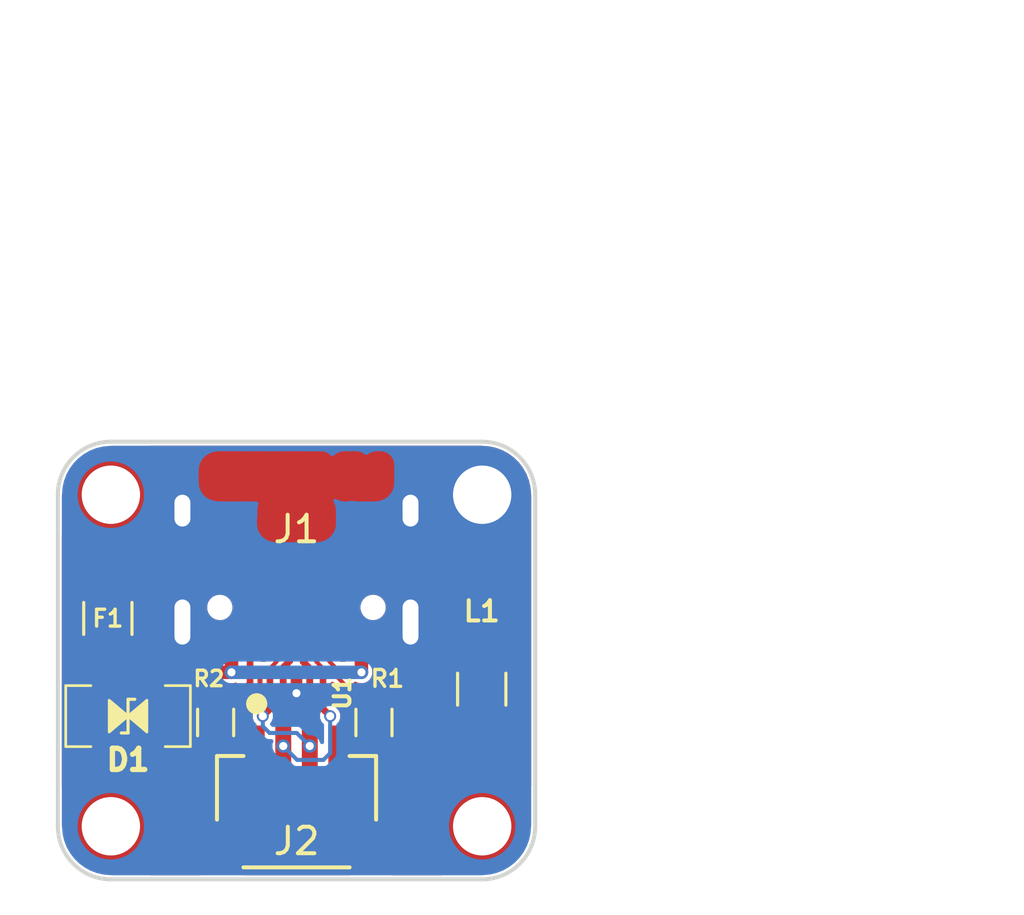
<source format=kicad_pcb>
(kicad_pcb (version 20171130) (host pcbnew "(5.1.5)-3")

  (general
    (thickness 1.6)
    (drawings 19)
    (tracks 85)
    (zones 0)
    (modules 12)
    (nets 11)
  )

  (page User 150.012 150.012)
  (title_block
    (title "Unified Daughterboard")
    (date 2020-03-22)
    (rev C3)
    (company "Designed by the keyboard community")
  )

  (layers
    (0 F.Cu signal)
    (31 B.Cu signal)
    (32 B.Adhes user)
    (33 F.Adhes user)
    (34 B.Paste user)
    (35 F.Paste user)
    (36 B.SilkS user)
    (37 F.SilkS user)
    (38 B.Mask user)
    (39 F.Mask user)
    (40 Dwgs.User user)
    (41 Cmts.User user)
    (42 Eco1.User user)
    (43 Eco2.User user)
    (44 Edge.Cuts user)
    (45 Margin user)
    (46 B.CrtYd user)
    (47 F.CrtYd user)
    (48 B.Fab user)
    (49 F.Fab user)
  )

  (setup
    (last_trace_width 0.254)
    (user_trace_width 0.1524)
    (user_trace_width 0.254)
    (user_trace_width 0.508)
    (trace_clearance 0.127)
    (zone_clearance 0.1524)
    (zone_45_only no)
    (trace_min 0.1524)
    (via_size 0.8)
    (via_drill 0.4)
    (via_min_size 0.4)
    (via_min_drill 0.3)
    (user_via 0.508 0.3048)
    (uvia_size 0.3)
    (uvia_drill 0.1)
    (uvias_allowed no)
    (uvia_min_size 0.2)
    (uvia_min_drill 0.1)
    (edge_width 0.05)
    (segment_width 0.2)
    (pcb_text_width 0.3)
    (pcb_text_size 1.5 1.5)
    (mod_edge_width 0.12)
    (mod_text_size 1 1)
    (mod_text_width 0.15)
    (pad_size 3.500001 3.500001)
    (pad_drill 2.2)
    (pad_to_mask_clearance 0.051)
    (solder_mask_min_width 0.25)
    (aux_axis_origin 0 0)
    (grid_origin 75.0025 64.843)
    (visible_elements 7FFFFF7F)
    (pcbplotparams
      (layerselection 0x310fc_ffffffff)
      (usegerberextensions true)
      (usegerberattributes false)
      (usegerberadvancedattributes false)
      (creategerberjobfile false)
      (excludeedgelayer true)
      (linewidth 0.100000)
      (plotframeref false)
      (viasonmask false)
      (mode 1)
      (useauxorigin false)
      (hpglpennumber 1)
      (hpglpenspeed 20)
      (hpglpendiameter 15.000000)
      (psnegative false)
      (psa4output false)
      (plotreference true)
      (plotvalue true)
      (plotinvisibletext false)
      (padsonsilk false)
      (subtractmaskfromsilk true)
      (outputformat 1)
      (mirror false)
      (drillshape 0)
      (scaleselection 1)
      (outputdirectory "../gerbers-C3"))
  )

  (net 0 "")
  (net 1 GND)
  (net 2 VCC)
  (net 3 GNDPWR)
  (net 4 "Net-(J1-PadB8)")
  (net 5 "Net-(J1-PadA5)")
  (net 6 DA+)
  (net 7 "Net-(J1-PadB5)")
  (net 8 "Net-(J1-PadA8)")
  (net 9 DA-)
  (net 10 VBUS)

  (net_class Default "This is the default net class."
    (clearance 0.127)
    (trace_width 0.254)
    (via_dia 0.8)
    (via_drill 0.4)
    (uvia_dia 0.3)
    (uvia_drill 0.1)
    (add_net DA+)
    (add_net DA-)
    (add_net GNDPWR)
    (add_net "Net-(J1-PadA5)")
    (add_net "Net-(J1-PadA8)")
    (add_net "Net-(J1-PadB5)")
    (add_net "Net-(J1-PadB8)")
    (add_net VBUS)
    (add_net VCC)
  )

  (net_class Power ""
    (clearance 0.1524)
    (trace_width 0.508)
    (via_dia 0.8)
    (via_drill 0.4)
    (uvia_dia 0.3)
    (uvia_drill 0.1)
    (add_net GND)
  )

  (module acheron_Components:USON-10_2.5x1.0mm_P0.5mm (layer F.Cu) (tedit 5E77E520) (tstamp 0)
    (at 75.0025 66.0264 90)
    (descr "USON-10 2.5x1.0mm_ Pitch 0.5mm http://www.ti.com/lit/ds/symlink/tpd4e02b04.pdf")
    (tags "USON-10 2.5x1.0mm Pitch 0.5mm")
    (path /00000000-0000-0000-0000-00005e787d68)
    (attr smd)
    (fp_text reference U1 (at 0 1.7272 90) (layer F.SilkS)
      (effects (font (size 0.6 0.6) (thickness 0.15)))
    )
    (fp_text value TPD4E05U06DQAR (at 0.8024 0 180) (layer F.Fab)
      (effects (font (size 0.254 0.254) (thickness 0.0635)))
    )
    (fp_line (start -0.25 -1.25) (end -0.5 -1) (layer F.Fab) (width 0.1))
    (fp_text user ${REFERENCE} (at 0 0 180) (layer F.Fab)
      (effects (font (size 0.55 0.55) (thickness 0.1)))
    )
    (fp_line (start -0.91 -1.5) (end 0.91 -1.5) (layer F.CrtYd) (width 0.05))
    (fp_line (start -0.91 1.5) (end -0.91 -1.5) (layer F.CrtYd) (width 0.05))
    (fp_line (start 0.91 1.5) (end -0.91 1.5) (layer F.CrtYd) (width 0.05))
    (fp_line (start 0.91 -1.5) (end 0.91 1.5) (layer F.CrtYd) (width 0.05))
    (fp_line (start -0.5 1.25) (end 0.5 1.25) (layer F.Fab) (width 0.1))
    (fp_line (start -0.5 -1) (end -0.5 1.25) (layer F.Fab) (width 0.1))
    (fp_line (start 0.5 -1.25) (end -0.25 -1.25) (layer F.Fab) (width 0.1))
    (fp_line (start 0.5 -1.25) (end 0.5 1.25) (layer F.Fab) (width 0.1))
    (fp_circle (center -0.4 -1.5) (end -0.4 -1.5) (layer F.SilkS) (width 0.4))
    (pad 1 smd roundrect (at -0.385 -1) (size 0.25 0.55) (layers F.Cu F.Paste F.Mask) (roundrect_rratio 0.5)
      (net 6 DA+))
    (pad 2 smd rect (at -0.385 -0.5) (size 0.25 0.55) (layers F.Cu F.Paste F.Mask)
      (net 9 DA-))
    (pad 3 smd rect (at -0.385 0) (size 0.3 0.55) (layers F.Cu F.Paste F.Mask)
      (net 3 GNDPWR))
    (pad 4 smd rect (at -0.385 0.5) (size 0.25 0.55) (layers F.Cu F.Paste F.Mask)
      (net 6 DA+))
    (pad 5 smd rect (at -0.385 1) (size 0.25 0.55) (layers F.Cu F.Paste F.Mask)
      (net 9 DA-))
    (pad 9 smd rect (at 0.385 -0.5) (size 0.25 0.55) (layers F.Cu F.Paste F.Mask)
      (net 9 DA-))
    (pad 6 smd rect (at 0.385 1) (size 0.25 0.55) (layers F.Cu F.Paste F.Mask)
      (net 9 DA-))
    (pad 7 smd rect (at 0.385 0.5) (size 0.25 0.55) (layers F.Cu F.Paste F.Mask)
      (net 6 DA+))
    (pad 10 smd rect (at 0.385 -1) (size 0.25 0.55) (layers F.Cu F.Paste F.Mask)
      (net 6 DA+))
    (pad 8 smd rect (at 0.385 0) (size 0.3 0.55) (layers F.Cu F.Paste F.Mask)
      (net 3 GNDPWR))
    (model ${KISYS3DMOD}/Package_SON.3dshapes/USON-10_2.5x1.0mm_P0.5mm.wrl
      (at (xyz 0 0 0))
      (scale (xyz 1 1 1))
      (rotate (xyz 0 0 0))
    )
  )

  (module Inductor_SMD:L_1206_3216Metric (layer F.Cu) (tedit 5B301BBE) (tstamp 0)
    (at 81.9875 65.874 90)
    (descr "Inductor SMD 1206 (3216 Metric), square (rectangular) end terminal, IPC_7351 nominal, (Body size source: http://www.tortai-tech.com/upload/download/2011102023233369053.pdf), generated with kicad-footprint-generator")
    (tags inductor)
    (path /00000000-0000-0000-0000-00005e78ff8f)
    (attr smd)
    (fp_text reference L1 (at 2.936 0 180) (layer F.SilkS)
      (effects (font (size 0.762 0.762) (thickness 0.1524)))
    )
    (fp_text value 60R@100MHz (at 0.015 1.27 90) (layer F.Fab)
      (effects (font (size 0.508 0.508) (thickness 0.0508)))
    )
    (fp_text user ${REFERENCE} (at 0 0 90) (layer F.Fab)
      (effects (font (size 0.8 0.8) (thickness 0.12)))
    )
    (fp_line (start 2.28 1.12) (end -2.28 1.12) (layer F.CrtYd) (width 0.05))
    (fp_line (start 2.28 -1.12) (end 2.28 1.12) (layer F.CrtYd) (width 0.05))
    (fp_line (start -2.28 -1.12) (end 2.28 -1.12) (layer F.CrtYd) (width 0.05))
    (fp_line (start -2.28 1.12) (end -2.28 -1.12) (layer F.CrtYd) (width 0.05))
    (fp_line (start -0.602064 0.91) (end 0.602064 0.91) (layer F.SilkS) (width 0.12))
    (fp_line (start -0.602064 -0.91) (end 0.602064 -0.91) (layer F.SilkS) (width 0.12))
    (fp_line (start 1.6 0.8) (end -1.6 0.8) (layer F.Fab) (width 0.1))
    (fp_line (start 1.6 -0.8) (end 1.6 0.8) (layer F.Fab) (width 0.1))
    (fp_line (start -1.6 -0.8) (end 1.6 -0.8) (layer F.Fab) (width 0.1))
    (fp_line (start -1.6 0.8) (end -1.6 -0.8) (layer F.Fab) (width 0.1))
    (pad 2 smd roundrect (at 1.4 0 90) (size 1.25 1.75) (layers F.Cu F.Paste F.Mask) (roundrect_rratio 0.2)
      (net 3 GNDPWR))
    (pad 1 smd roundrect (at -1.4 0 90) (size 1.25 1.75) (layers F.Cu F.Paste F.Mask) (roundrect_rratio 0.2)
      (net 1 GND))
    (model ${KISYS3DMOD}/Inductor_SMD.3dshapes/L_1206_3216Metric.wrl
      (at (xyz 0 0 0))
      (scale (xyz 1 1 1))
      (rotate (xyz 0 0 0))
    )
  )

  (module Resistors_SMD:R_0603 (layer F.Cu) (tedit 58E0A804) (tstamp 0)
    (at 71.9545 67.129 270)
    (descr "Resistor SMD 0603, reflow soldering, Vishay (see dcrcw.pdf)")
    (tags "resistor 0603")
    (path /00000000-0000-0000-0000-00005c91b0d9)
    (attr smd)
    (fp_text reference R2 (at -1.651 0.254 180) (layer F.SilkS)
      (effects (font (size 0.5842 0.5842) (thickness 0.127)))
    )
    (fp_text value 5.1k (at 1.778 -0.127) (layer F.Fab)
      (effects (font (size 0.508 0.508) (thickness 0.127)))
    )
    (fp_line (start 1.25 0.7) (end -1.25 0.7) (layer F.CrtYd) (width 0.05))
    (fp_line (start 1.25 0.7) (end 1.25 -0.7) (layer F.CrtYd) (width 0.05))
    (fp_line (start -1.25 -0.7) (end -1.25 0.7) (layer F.CrtYd) (width 0.05))
    (fp_line (start -1.25 -0.7) (end 1.25 -0.7) (layer F.CrtYd) (width 0.05))
    (fp_line (start -0.5 -0.68) (end 0.5 -0.68) (layer F.SilkS) (width 0.12))
    (fp_line (start 0.5 0.68) (end -0.5 0.68) (layer F.SilkS) (width 0.12))
    (fp_line (start -0.8 -0.4) (end 0.8 -0.4) (layer F.Fab) (width 0.1))
    (fp_line (start 0.8 -0.4) (end 0.8 0.4) (layer F.Fab) (width 0.1))
    (fp_line (start 0.8 0.4) (end -0.8 0.4) (layer F.Fab) (width 0.1))
    (fp_line (start -0.8 0.4) (end -0.8 -0.4) (layer F.Fab) (width 0.1))
    (fp_text user ${REFERENCE} (at 0 0 270) (layer F.Fab)
      (effects (font (size 0.4 0.4) (thickness 0.075)))
    )
    (pad 1 smd rect (at -0.75 0 270) (size 0.5 0.9) (layers F.Cu F.Paste F.Mask)
      (net 7 "Net-(J1-PadB5)"))
    (pad 2 smd rect (at 0.75 0 270) (size 0.5 0.9) (layers F.Cu F.Paste F.Mask)
      (net 3 GNDPWR))
    (model ${KISYS3DMOD}/Resistor_SMD.3dshapes/R_0603_1608Metric.wrl
      (at (xyz 0 0 0))
      (scale (xyz 1 1 1))
      (rotate (xyz 0 0 0))
    )
  )

  (module Fuse:Fuse_1206_3216Metric (layer F.Cu) (tedit 5B301BBE) (tstamp 0)
    (at 67.8905 63.207 270)
    (descr "Fuse SMD 1206 (3216 Metric), square (rectangular) end terminal, IPC_7351 nominal, (Body size source: http://www.tortai-tech.com/upload/download/2011102023233369053.pdf), generated with kicad-footprint-generator")
    (tags resistor)
    (path /00000000-0000-0000-0000-00005e78a38e)
    (attr smd)
    (fp_text reference F1 (at 0 0) (layer F.SilkS)
      (effects (font (size 0.635 0.635) (thickness 0.127)))
    )
    (fp_text value ASMD1206-150 (at -0.015 1.143 90) (layer F.Fab)
      (effects (font (size 0.254 0.254) (thickness 0.0635)))
    )
    (fp_text user ${REFERENCE} (at 0 0 90) (layer F.Fab)
      (effects (font (size 0.8 0.8) (thickness 0.12)))
    )
    (fp_line (start 2.28 1.12) (end -2.28 1.12) (layer F.CrtYd) (width 0.05))
    (fp_line (start 2.28 -1.12) (end 2.28 1.12) (layer F.CrtYd) (width 0.05))
    (fp_line (start -2.28 -1.12) (end 2.28 -1.12) (layer F.CrtYd) (width 0.05))
    (fp_line (start -2.28 1.12) (end -2.28 -1.12) (layer F.CrtYd) (width 0.05))
    (fp_line (start -0.602064 0.91) (end 0.602064 0.91) (layer F.SilkS) (width 0.12))
    (fp_line (start -0.602064 -0.91) (end 0.602064 -0.91) (layer F.SilkS) (width 0.12))
    (fp_line (start 1.6 0.8) (end -1.6 0.8) (layer F.Fab) (width 0.1))
    (fp_line (start 1.6 -0.8) (end 1.6 0.8) (layer F.Fab) (width 0.1))
    (fp_line (start -1.6 -0.8) (end 1.6 -0.8) (layer F.Fab) (width 0.1))
    (fp_line (start -1.6 0.8) (end -1.6 -0.8) (layer F.Fab) (width 0.1))
    (pad 2 smd roundrect (at 1.4 0 270) (size 1.25 1.75) (layers F.Cu F.Paste F.Mask) (roundrect_rratio 0.2)
      (net 2 VCC))
    (pad 1 smd roundrect (at -1.4 0 270) (size 1.25 1.75) (layers F.Cu F.Paste F.Mask) (roundrect_rratio 0.2)
      (net 10 VBUS))
    (model ${KISYS3DMOD}/Resistor_SMD.3dshapes/R_1206_3216Metric.wrl
      (at (xyz 0 0 0))
      (scale (xyz 1 1 1))
      (rotate (xyz 0 0 0))
    )
  )

  (module acheron_Components:D_SOD-123_Bidirectional (layer F.Cu) (tedit 5DCC5082) (tstamp 0)
    (at 68.6525 66.89 180)
    (descr SOD-123)
    (tags SOD-123)
    (path /00000000-0000-0000-0000-00005e18209e)
    (attr smd)
    (fp_text reference D1 (at 0 -1.651 180) (layer F.SilkS)
      (effects (font (size 0.8 0.8) (thickness 0.2)))
    )
    (fp_text value SMF9.0CA (at 0 -1.509) (layer F.Fab)
      (effects (font (size 0.5 0.5) (thickness 0.125)))
    )
    (fp_line (start -2.35 -1.15) (end -1.4 -1.15) (layer F.SilkS) (width 0.1016))
    (fp_line (start -2.35 1.15) (end -1.4 1.15) (layer F.SilkS) (width 0.1016))
    (fp_line (start -2.35 1.15) (end -2.35 -1.15) (layer F.SilkS) (width 0.1016))
    (fp_line (start 2.35 -1.15) (end 1.4 -1.15) (layer F.SilkS) (width 0.1016))
    (fp_line (start 2.35 1.15) (end 1.4 1.15) (layer F.SilkS) (width 0.1016))
    (fp_line (start 2.35 -1.15) (end 2.35 1.15) (layer F.SilkS) (width 0.1016))
    (fp_text user ${REFERENCE} (at 0 -1.397) (layer F.Fab)
      (effects (font (size 0.5 0.5) (thickness 0.125)))
    )
    (fp_line (start 0.25 0) (end 0.75 0) (layer F.Fab) (width 0.1))
    (fp_line (start 0.25 0.4) (end -0.35 0) (layer F.Fab) (width 0.1))
    (fp_line (start 0.25 -0.4) (end 0.25 0.4) (layer F.Fab) (width 0.1))
    (fp_line (start -0.35 0) (end 0.25 -0.4) (layer F.Fab) (width 0.1))
    (fp_line (start -0.35 0) (end -0.35 0.55) (layer F.Fab) (width 0.1))
    (fp_line (start -0.35 0) (end -0.35 -0.55) (layer F.Fab) (width 0.1))
    (fp_line (start -0.75 0) (end -0.35 0) (layer F.Fab) (width 0.1))
    (fp_line (start -1.4 0.9) (end -1.4 -0.9) (layer F.Fab) (width 0.1))
    (fp_line (start 1.4 0.9) (end -1.4 0.9) (layer F.Fab) (width 0.1))
    (fp_line (start 1.4 -0.9) (end 1.4 0.9) (layer F.Fab) (width 0.1))
    (fp_line (start -1.4 -0.9) (end 1.4 -0.9) (layer F.Fab) (width 0.1))
    (fp_line (start -2.35 -1.15) (end 2.35 -1.15) (layer F.CrtYd) (width 0.05))
    (fp_line (start 2.35 -1.15) (end 2.35 1.15) (layer F.CrtYd) (width 0.05))
    (fp_line (start 2.35 1.15) (end -2.35 1.15) (layer F.CrtYd) (width 0.05))
    (fp_line (start -2.35 -1.15) (end -2.35 1.15) (layer F.CrtYd) (width 0.05))
    (fp_poly (pts (xy 0 0) (xy -0.711 0.6) (xy -0.711 -0.6)) (layer F.SilkS) (width 0.1))
    (fp_poly (pts (xy 0 0) (xy 0.711 -0.6) (xy 0.711 0.6)) (layer F.SilkS) (width 0.1))
    (fp_line (start 0 0.635) (end 0 -0.635) (layer F.SilkS) (width 0.12))
    (fp_line (start 0 -0.635) (end 0.254 -0.635) (layer F.SilkS) (width 0.12))
    (fp_line (start 0 0.635) (end -0.254 0.635) (layer F.SilkS) (width 0.12))
    (pad 1 smd roundrect (at -1.65 0 180) (size 1 1.2) (layers F.Cu F.Paste F.Mask) (roundrect_rratio 0.25)
      (net 3 GNDPWR))
    (pad 2 smd roundrect (at 1.65 0 180) (size 1 1.2) (layers F.Cu F.Paste F.Mask) (roundrect_rratio 0.25)
      (net 2 VCC))
    (model ${KISYS3DMOD}/Diode_SMD.3dshapes/D_SOD-123.wrl
      (at (xyz 0 0 0))
      (scale (xyz 1 1 1))
      (rotate (xyz 0 0 0))
    )
  )

  (module acheron_Connectors:TYPE-C-31-M-12 (layer F.Cu) (tedit 5DF7FEB0) (tstamp 0)
    (at 75.0025 64.843 180)
    (path /00000000-0000-0000-0000-00005e77a5d1)
    (fp_text reference J1 (at 0 5) (layer F.SilkS)
      (effects (font (size 1 1) (thickness 0.15)))
    )
    (fp_text value TYPE-C-31-M12_13 (at 0.05 7.35) (layer F.Fab)
      (effects (font (size 0.5 0.5) (thickness 0.125)))
    )
    (fp_line (start 4.8 8.42) (end -4.8 8.42) (layer Cmts.User) (width 0.15))
    (fp_text user "KEEPOUT ZONE" (at 0 4) (layer F.Fab)
      (effects (font (size 0.5 0.5) (thickness 0.125)))
    )
    (fp_line (start -5 1.4) (end -5 6.8) (layer F.Fab) (width 0.12))
    (fp_line (start -5 6.8) (end 5 6.8) (layer F.Fab) (width 0.12))
    (fp_line (start 5 6.8) (end 5 1.4) (layer F.Fab) (width 0.12))
    (fp_line (start 5 1.4) (end -5 1.4) (layer F.Fab) (width 0.12))
    (fp_line (start -5 5.5) (end -0.9 1.4) (layer F.Fab) (width 0.05))
    (fp_line (start -5 4.5) (end -1.9 1.4) (layer F.Fab) (width 0.05))
    (fp_line (start -4.3 6.8) (end -1.9 4.5) (layer F.Fab) (width 0.05))
    (fp_line (start -5 3.5) (end -2.9 1.4) (layer F.Fab) (width 0.05))
    (fp_line (start -5 2.5) (end -3.9 1.4) (layer F.Fab) (width 0.05))
    (fp_line (start -0.9 3.4) (end 1.1 1.4) (layer F.Fab) (width 0.05))
    (fp_line (start -1.9 3.4) (end 0.1 1.4) (layer F.Fab) (width 0.05))
    (fp_line (start -5 6.5) (end -2.9 4.5) (layer F.Fab) (width 0.05))
    (fp_line (start -3.3 6.8) (end -0.9 4.5) (layer F.Fab) (width 0.05))
    (fp_line (start 0.1 3.4) (end 2.1 1.4) (layer F.Fab) (width 0.05))
    (fp_line (start 1.1 3.4) (end 3.1 1.4) (layer F.Fab) (width 0.05))
    (fp_line (start -2.3 6.8) (end 0.1 4.5) (layer F.Fab) (width 0.05))
    (fp_line (start -1.3 6.8) (end 1.1 4.5) (layer F.Fab) (width 0.05))
    (fp_line (start 2.1 3.4) (end 4.1 1.4) (layer F.Fab) (width 0.05))
    (fp_line (start 3.1 3.4) (end 5 1.5) (layer F.Fab) (width 0.05))
    (fp_line (start -0.3 6.8) (end 2.1 4.5) (layer F.Fab) (width 0.05))
    (fp_line (start 0.7 6.8) (end 5 2.5) (layer F.Fab) (width 0.05))
    (fp_line (start 1.7 6.8) (end 5 3.5) (layer F.Fab) (width 0.05))
    (fp_line (start 2.7 6.8) (end 5 4.5) (layer F.Fab) (width 0.05))
    (fp_line (start 3.7 6.8) (end 5 5.5) (layer F.Fab) (width 0.05))
    (pad S thru_hole oval (at 4.3 1.5 180) (size 1.1 2.2) (drill oval 0.6 1.7) (layers *.Cu *.Mask)
      (net 3 GNDPWR))
    (pad S thru_hole oval (at 4.3 5.7 180) (size 1.3 1.9) (drill oval 0.6 1.2) (layers *.Cu *.Mask)
      (net 3 GNDPWR))
    (pad "" np_thru_hole circle (at 2.89 2.051 180) (size 0.65 0.65) (drill 0.65) (layers *.Cu *.Mask))
    (pad "" np_thru_hole circle (at -2.89 2.051 180) (size 0.65 0.65) (drill 0.65) (layers *.Cu *.Mask))
    (pad S thru_hole oval (at -4.3 5.7 180) (size 1.3 1.9) (drill oval 0.6 1.2) (layers *.Cu *.Mask)
      (net 3 GNDPWR))
    (pad A1 smd roundrect (at -3.25 1.275 180) (size 0.6 1.45) (drill (offset 0 -0.55)) (layers F.Cu F.Paste F.Mask) (roundrect_rratio 0.25)
      (net 3 GNDPWR))
    (pad B8 smd roundrect (at -1.75 1.275 180) (size 0.3 1.45) (drill (offset 0 -0.55)) (layers F.Cu F.Paste F.Mask) (roundrect_rratio 0.25)
      (net 4 "Net-(J1-PadB8)"))
    (pad A5 smd roundrect (at -1.25 1.275 180) (size 0.3 1.45) (drill (offset 0 -0.55)) (layers F.Cu F.Paste F.Mask) (roundrect_rratio 0.25)
      (net 5 "Net-(J1-PadA5)"))
    (pad B7 smd roundrect (at -0.75 1.275 180) (size 0.3 1.45) (drill (offset 0 -0.55)) (layers F.Cu F.Paste F.Mask) (roundrect_rratio 0.25)
      (net 9 DA-))
    (pad A6 smd roundrect (at -0.254 1.275 180) (size 0.3 1.45) (drill (offset 0 -0.55)) (layers F.Cu F.Paste F.Mask) (roundrect_rratio 0.25)
      (net 6 DA+))
    (pad B5 smd roundrect (at 1.75 1.275 180) (size 0.3 1.45) (drill (offset 0 -0.55)) (layers F.Cu F.Paste F.Mask) (roundrect_rratio 0.25)
      (net 7 "Net-(J1-PadB5)"))
    (pad A8 smd roundrect (at 1.25 1.275 180) (size 0.3 1.45) (drill (offset 0 -0.55)) (layers F.Cu F.Paste F.Mask) (roundrect_rratio 0.25)
      (net 8 "Net-(J1-PadA8)"))
    (pad B6 smd roundrect (at 0.75 1.275 180) (size 0.3 1.45) (drill (offset 0 -0.55)) (layers F.Cu F.Paste F.Mask) (roundrect_rratio 0.25)
      (net 6 DA+))
    (pad A7 smd roundrect (at 0.25 1.275 180) (size 0.3 1.45) (drill (offset 0 -0.55)) (layers F.Cu F.Paste F.Mask) (roundrect_rratio 0.25)
      (net 9 DA-))
    (pad S thru_hole oval (at -4.3 1.5 180) (size 1.1 2.2) (drill oval 0.6 1.7) (layers *.Cu *.Mask)
      (net 3 GNDPWR))
    (pad A4 smd roundrect (at -2.45 1.275 180) (size 0.6 1.45) (drill (offset 0 -0.55)) (layers F.Cu F.Paste F.Mask) (roundrect_rratio 0.25)
      (net 10 VBUS))
    (pad B1 smd roundrect (at 3.25 1.275 180) (size 0.6 1.45) (drill (offset 0 -0.55)) (layers F.Cu F.Paste F.Mask) (roundrect_rratio 0.25)
      (net 3 GNDPWR))
    (pad B4 smd roundrect (at 2.45 1.275 180) (size 0.6 1.45) (drill (offset 0 -0.55)) (layers F.Cu F.Paste F.Mask) (roundrect_rratio 0.25)
      (net 10 VBUS))
    (model ":Acheron 3D models:TYPE-C-31-M-12.step"
      (offset (xyz -4.46 -8.25 0))
      (scale (xyz 1 1 1))
      (rotate (xyz -90 0 0))
    )
  )

  (module random-keyboard-parts:Generic-Mounthole (layer F.Cu) (tedit 5E77EDF9) (tstamp 0)
    (at 68.0045 58.543)
    (path /00000000-0000-0000-0000-00005c91ec0e)
    (attr virtual)
    (fp_text reference MH1 (at 0 2) (layer Dwgs.User)
      (effects (font (size 1 1) (thickness 0.15)))
    )
    (fp_text value Mount-M2 (at 0 -2) (layer Dwgs.User) hide
      (effects (font (size 1 1) (thickness 0.15)))
    )
    (pad "" np_thru_hole circle (at 0 0) (size 3.500001 3.500001) (drill 2.2) (layers F.Cu F.Mask)
      (clearance 0.508))
  )

  (module random-keyboard-parts:Generic-Mounthole (layer F.Cu) (tedit 5E77ED0E) (tstamp 0)
    (at 82.0045 58.543)
    (path /00000000-0000-0000-0000-00005c91ec94)
    (attr virtual)
    (fp_text reference MH2 (at 0 2) (layer Dwgs.User) hide
      (effects (font (size 1 1) (thickness 0.15)))
    )
    (fp_text value Mount-M2 (at 0 -2) (layer Dwgs.User) hide
      (effects (font (size 1 1) (thickness 0.15)))
    )
    (pad 1 thru_hole circle (at 0 0) (size 3.500001 3.500001) (drill 2.2) (layers *.Cu *.Mask)
      (net 3 GNDPWR))
  )

  (module random-keyboard-parts:Generic-Mounthole (layer F.Cu) (tedit 5E77EE21) (tstamp 0)
    (at 68.0045 71.043)
    (path /00000000-0000-0000-0000-00005c91ecc0)
    (attr virtual)
    (fp_text reference MH3 (at 0 2) (layer Dwgs.User) hide
      (effects (font (size 1 1) (thickness 0.15)))
    )
    (fp_text value Mount-M2 (at 0 -2) (layer Dwgs.User) hide
      (effects (font (size 1 1) (thickness 0.15)))
    )
    (pad "" np_thru_hole circle (at 0 0) (size 3.500001 3.500001) (drill 2.2) (layers F.Cu F.Mask)
      (clearance 0.508))
  )

  (module random-keyboard-parts:Generic-Mounthole (layer F.Cu) (tedit 5E77EE52) (tstamp 0)
    (at 82.0045 71.043)
    (path /00000000-0000-0000-0000-00005c91ece4)
    (attr virtual)
    (fp_text reference MH4 (at 0 2) (layer Dwgs.User) hide
      (effects (font (size 1 1) (thickness 0.15)))
    )
    (fp_text value Mount-M2 (at 0 -2) (layer Dwgs.User) hide
      (effects (font (size 1 1) (thickness 0.15)))
    )
    (pad "" np_thru_hole circle (at 0 0) (size 3.500001 3.500001) (drill 2.2) (layers F.Cu F.Mask)
      (clearance 0.508))
  )

  (module random-keyboard-parts:JST-SR-4 (layer F.Cu) (tedit 5C919B1C) (tstamp 0)
    (at 75.0045 72.793)
    (path /00000000-0000-0000-0000-00005c91afcb)
    (attr smd)
    (fp_text reference J2 (at 0.004 -1.189) (layer F.SilkS)
      (effects (font (size 1 1) (thickness 0.15)))
    )
    (fp_text value "SM04B-SRSS-TB(LF)(SN)" (at -0.002 -3.378) (layer F.Fab)
      (effects (font (size 0.254 0.254) (thickness 0.0635)))
    )
    (fp_line (start -3 -4.4) (end -2 -4.4) (layer F.SilkS) (width 0.15))
    (fp_line (start -3 -2) (end -3 -4.4) (layer F.SilkS) (width 0.15))
    (fp_line (start 2 -0.2) (end -2 -0.2) (layer F.SilkS) (width 0.15))
    (fp_line (start 3 -4.4) (end 3 -2) (layer F.SilkS) (width 0.15))
    (fp_line (start 2 -4.4) (end 3 -4.4) (layer F.SilkS) (width 0.15))
    (fp_line (start 3 -4.4) (end 3 -0.2) (layer B.CrtYd) (width 0.15))
    (fp_line (start -3 -4.4) (end 3 -4.4) (layer B.CrtYd) (width 0.15))
    (fp_line (start -3 -0.2) (end -3 -4.4) (layer B.CrtYd) (width 0.15))
    (fp_line (start 3 -0.2) (end -3 -0.2) (layer B.CrtYd) (width 0.15))
    (pad 3 smd rect (at 0.5 -4.775) (size 0.6 1.55) (layers F.Cu F.Paste F.Mask)
      (net 6 DA+))
    (pad 4 smd rect (at 1.5 -4.775) (size 0.6 1.55) (layers F.Cu F.Paste F.Mask)
      (net 1 GND))
    (pad 2 smd rect (at -0.5 -4.775) (size 0.6 1.55) (layers F.Cu F.Paste F.Mask)
      (net 9 DA-))
    (pad 1 smd rect (at -1.5 -4.775) (size 0.6 1.55) (layers F.Cu F.Paste F.Mask)
      (net 2 VCC))
    (pad "" smd rect (at -2.8 -0.9) (size 1.2 1.8) (layers F.Cu F.Paste F.Mask))
    (pad "" smd rect (at 2.8 -0.9) (size 1.2 1.8) (layers F.Cu F.Paste F.Mask))
    (model ${KIPRJMOD}/AcheronLibrary/3d_models/SM04B-SRSS-TR.step
      (at (xyz 0 0 0))
      (scale (xyz 1 1 1))
      (rotate (xyz -90 0 0))
    )
  )

  (module Resistors_SMD:R_0603 (layer F.Cu) (tedit 58E0A804) (tstamp 0)
    (at 77.9235 67.129 270)
    (descr "Resistor SMD 0603, reflow soldering, Vishay (see dcrcw.pdf)")
    (tags "resistor 0603")
    (path /00000000-0000-0000-0000-00005c91b042)
    (attr smd)
    (fp_text reference R1 (at -1.651 -0.508) (layer F.SilkS)
      (effects (font (size 0.635 0.635) (thickness 0.127)))
    )
    (fp_text value 5.1k (at 0 -0.889 270) (layer F.Fab)
      (effects (font (size 0.508 0.508) (thickness 0.127)))
    )
    (fp_text user ${REFERENCE} (at 0 0 270) (layer F.Fab)
      (effects (font (size 0.4 0.4) (thickness 0.075)))
    )
    (fp_line (start -0.8 0.4) (end -0.8 -0.4) (layer F.Fab) (width 0.1))
    (fp_line (start 0.8 0.4) (end -0.8 0.4) (layer F.Fab) (width 0.1))
    (fp_line (start 0.8 -0.4) (end 0.8 0.4) (layer F.Fab) (width 0.1))
    (fp_line (start -0.8 -0.4) (end 0.8 -0.4) (layer F.Fab) (width 0.1))
    (fp_line (start 0.5 0.68) (end -0.5 0.68) (layer F.SilkS) (width 0.12))
    (fp_line (start -0.5 -0.68) (end 0.5 -0.68) (layer F.SilkS) (width 0.12))
    (fp_line (start -1.25 -0.7) (end 1.25 -0.7) (layer F.CrtYd) (width 0.05))
    (fp_line (start -1.25 -0.7) (end -1.25 0.7) (layer F.CrtYd) (width 0.05))
    (fp_line (start 1.25 0.7) (end 1.25 -0.7) (layer F.CrtYd) (width 0.05))
    (fp_line (start 1.25 0.7) (end -1.25 0.7) (layer F.CrtYd) (width 0.05))
    (pad 2 smd rect (at 0.75 0 270) (size 0.5 0.9) (layers F.Cu F.Paste F.Mask)
      (net 3 GNDPWR))
    (pad 1 smd rect (at -0.75 0 270) (size 0.5 0.9) (layers F.Cu F.Paste F.Mask)
      (net 5 "Net-(J1-PadA5)"))
    (model ${KISYS3DMOD}/Resistor_SMD.3dshapes/R_0603_1608Metric.wrl
      (at (xyz 0 0 0))
      (scale (xyz 1 1 1))
      (rotate (xyz 0 0 0))
    )
  )

  (gr_line (start 77.0045 67.043) (end 77.0045 68.543) (layer F.CrtYd) (width 0.05))
  (gr_line (start 73.0045 67.043) (end 77.0045 67.043) (layer F.CrtYd) (width 0.05))
  (gr_line (start 73.0045 68.543) (end 73.0045 67.043) (layer F.CrtYd) (width 0.05))
  (gr_line (start 72.0045 72.543) (end 72.0045 68.543) (layer F.CrtYd) (width 0.05))
  (gr_line (start 78.0045 72.543) (end 72.0045 72.543) (layer F.CrtYd) (width 0.05))
  (gr_line (start 78.0045 68.543) (end 78.0045 72.543) (layer F.CrtYd) (width 0.05))
  (gr_line (start 72.0045 68.543) (end 78.0045 68.543) (layer F.CrtYd) (width 0.05))
  (dimension 14 (width 0.1) (layer Dwgs.User)
    (gr_text "14.000 mm" (at 75.0045 46.943001) (layer Dwgs.User)
      (effects (font (size 1.5 1.5) (thickness 0.1)))
    )
    (feature1 (pts (xy 68.0045 56.543) (xy 68.0045 48.45658)))
    (feature2 (pts (xy 82.0045 56.543) (xy 82.0045 48.45658)))
    (crossbar (pts (xy 82.0045 49.043001) (xy 68.0045 49.043001)))
    (arrow1a (pts (xy 68.0045 49.043001) (xy 69.131004 48.45658)))
    (arrow1b (pts (xy 68.0045 49.043001) (xy 69.131004 49.629422)))
    (arrow2a (pts (xy 82.0045 49.043001) (xy 80.877996 48.45658)))
    (arrow2b (pts (xy 82.0045 49.043001) (xy 80.877996 49.629422)))
  )
  (dimension 12.5 (width 0.1) (layer Dwgs.User)
    (gr_text "12.500 mm" (at 96.6045 64.793 270) (layer Dwgs.User)
      (effects (font (size 1.5 1.5) (thickness 0.1)))
    )
    (feature1 (pts (xy 84.0045 71.043) (xy 95.090921 71.043)))
    (feature2 (pts (xy 84.0045 58.543) (xy 95.090921 58.543)))
    (crossbar (pts (xy 94.5045 58.543) (xy 94.5045 71.043)))
    (arrow1a (pts (xy 94.5045 71.043) (xy 93.918079 69.916496)))
    (arrow1b (pts (xy 94.5045 71.043) (xy 95.090921 69.916496)))
    (arrow2a (pts (xy 94.5045 58.543) (xy 93.918079 59.669504)))
    (arrow2b (pts (xy 94.5045 58.543) (xy 95.090921 59.669504)))
  )
  (gr_arc (start 82.0045 71.043) (end 82.0045 73.043) (angle -90) (layer Edge.Cuts) (width 0.15))
  (gr_arc (start 68.0045 71.043) (end 66.0045 71.043) (angle -90) (layer Edge.Cuts) (width 0.15))
  (gr_line (start 66.0045 71.043) (end 66.0045 58.543) (layer Edge.Cuts) (width 0.15))
  (gr_line (start 82.0045 73.043) (end 68.0045 73.043) (layer Edge.Cuts) (width 0.15))
  (gr_line (start 84.0045 58.543) (end 84.0045 71.043) (layer Edge.Cuts) (width 0.15))
  (gr_line (start 68.0045 56.543) (end 82.0045 56.543) (layer Edge.Cuts) (width 0.15))
  (gr_arc (start 68.0045 58.543) (end 68.0045 56.543) (angle -90) (layer Edge.Cuts) (width 0.15))
  (gr_arc (start 82.0045 58.543) (end 84.0045 58.543) (angle -90) (layer Edge.Cuts) (width 0.15))
  (dimension 16.5 (width 0.1) (layer Dwgs.User)
    (gr_text "16.500 mm" (at 100.6045 64.793 270) (layer Dwgs.User)
      (effects (font (size 1.5 1.5) (thickness 0.1)))
    )
    (feature1 (pts (xy 84.0045 73.043) (xy 99.090921 73.043)))
    (feature2 (pts (xy 84.0045 56.543) (xy 99.090921 56.543)))
    (crossbar (pts (xy 98.5045 56.543) (xy 98.5045 73.043)))
    (arrow1a (pts (xy 98.5045 73.043) (xy 97.918079 71.916496)))
    (arrow1b (pts (xy 98.5045 73.043) (xy 99.090921 71.916496)))
    (arrow2a (pts (xy 98.5045 56.543) (xy 97.918079 57.669504)))
    (arrow2b (pts (xy 98.5045 56.543) (xy 99.090921 57.669504)))
  )
  (dimension 18 (width 0.1) (layer Dwgs.User)
    (gr_text "18.000 mm" (at 75.0045 40.443) (layer Dwgs.User)
      (effects (font (size 1.5 1.5) (thickness 0.1)))
    )
    (feature1 (pts (xy 84.0045 56.543) (xy 84.0045 41.956579)))
    (feature2 (pts (xy 66.0045 56.543) (xy 66.0045 41.956579)))
    (crossbar (pts (xy 66.0045 42.543) (xy 84.0045 42.543)))
    (arrow1a (pts (xy 84.0045 42.543) (xy 82.877996 43.129421)))
    (arrow1b (pts (xy 84.0045 42.543) (xy 82.877996 41.956579)))
    (arrow2a (pts (xy 66.0045 42.543) (xy 67.131004 43.129421)))
    (arrow2b (pts (xy 66.0045 42.543) (xy 67.131004 41.956579)))
  )

  (segment (start 68.0045 71.043) (end 68.0045 70.95) (width 0.508) (layer F.Cu) (net 0))
  (segment (start 76.5045 68.018) (end 76.5045 68.646) (width 0.508) (layer F.Cu) (net 1))
  (segment (start 76.5045 68.646) (end 77.2885 69.43) (width 0.508) (layer F.Cu) (net 1))
  (segment (start 77.2885 69.43) (end 79.7553 69.43) (width 0.508) (layer F.Cu) (net 1))
  (segment (start 79.7553 69.43) (end 81.9875 67.1978) (width 0.508) (layer F.Cu) (net 1))
  (segment (start 68.596 68.2155) (end 69.231 68.2155) (width 0.508) (layer F.Cu) (net 2))
  (segment (start 68.074 68.2155) (end 68.596 68.2155) (width 0.508) (layer F.Cu) (net 2))
  (segment (start 67.0025 67.511) (end 67.707 68.2155) (width 0.508) (layer F.Cu) (net 2))
  (segment (start 67.707 68.2155) (end 68.596 68.2155) (width 0.508) (layer F.Cu) (net 2))
  (segment (start 67.0025 66.89) (end 67.0025 67.511) (width 0.508) (layer F.Cu) (net 2))
  (segment (start 67.0025 66.89) (end 67.0025 65.495) (width 0.508) (layer F.Cu) (net 2))
  (segment (start 67.0025 65.495) (end 67.8905 64.607) (width 0.508) (layer F.Cu) (net 2))
  (segment (start 69.231 68.2155) (end 70.0645 69.049) (width 0.508) (layer F.Cu) (net 2))
  (segment (start 70.0645 69.049) (end 72.4735 69.049) (width 0.508) (layer F.Cu) (net 2))
  (segment (start 71.1059 69.049) (end 72.4735 69.049) (width 0.508) (layer F.Cu) (net 2))
  (segment (start 71.1059 69.049) (end 70.3693 69.049) (width 0.508) (layer F.Cu) (net 2))
  (segment (start 73.5045 68.018) (end 73.5045 68.018) (width 0.508) (layer F.Cu) (net 2))
  (segment (start 73.5045 67.814) (end 73.5045 68.018) (width 0.508) (layer F.Cu) (net 2))
  (segment (start 72.4735 69.049) (end 73.5045 68.018) (width 0.508) (layer F.Cu) (net 2))
  (segment (start 67.1295 65.368) (end 67.8905 64.607) (width 0.508) (layer F.Cu) (net 2))
  (segment (start 79.3245 59.143) (end 79.3245 59.283) (width 0.508) (layer F.Cu) (net 3))
  (via (at 75.0025 66.0264) (size 0.45) (drill 0.3048) (layers F.Cu B.Cu) (net 3))
  (segment (start 76.2545 64.389) (end 76.231501 64.411999) (width 0.254) (layer F.Cu) (net 5))
  (segment (start 76.2545 64.238) (end 76.2545 64.389) (width 0.254) (layer F.Cu) (net 5))
  (segment (start 76.5265 65.114445) (end 76.2525 64.840445) (width 0.1524) (layer F.Cu) (net 5))
  (segment (start 76.5265 65.4048) (end 76.5265 65.114445) (width 0.1524) (layer F.Cu) (net 5))
  (segment (start 77.9235 66.14) (end 77.2617 66.14) (width 0.1524) (layer F.Cu) (net 5))
  (segment (start 76.2525 64.840445) (end 76.2525 63.568) (width 0.1524) (layer F.Cu) (net 5))
  (segment (start 77.2617 66.14) (end 76.5265 65.4048) (width 0.1524) (layer F.Cu) (net 5))
  (segment (start 75.5045 68.018) (end 75.5045 68.018) (width 0.254) (layer F.Cu) (net 6))
  (segment (start 74.2525 64.838828) (end 74.2525 63.568) (width 0.1524) (layer F.Cu) (net 6))
  (segment (start 74.0025 65.088828) (end 74.2525 64.838828) (width 0.1524) (layer F.Cu) (net 6))
  (segment (start 74.0025 66.4114) (end 74.0025 65.088828) (width 0.1524) (layer F.Cu) (net 6))
  (segment (start 75.5025 66.4114) (end 75.5025 65.088828) (width 0.1524) (layer F.Cu) (net 6))
  (via (at 73.7325 66.89) (size 0.45) (drill 0.3048) (layers F.Cu B.Cu) (net 6))
  (segment (start 74.0025 66.62) (end 73.7325 66.89) (width 0.254) (layer F.Cu) (net 6))
  (segment (start 74.0025 66.4114) (end 74.0025 66.62) (width 0.254) (layer F.Cu) (net 6))
  (segment (start 75.5025 66.89) (end 75.5025 65.6414) (width 0.254) (layer F.Cu) (net 6))
  (segment (start 75.5025 66.89) (end 75.5025 65.088828) (width 0.254) (layer F.Cu) (net 6))
  (segment (start 75.2565 64.842828) (end 75.5025 65.088828) (width 0.254) (layer F.Cu) (net 6))
  (segment (start 75.2565 63.568) (end 75.2565 64.842828) (width 0.254) (layer F.Cu) (net 6))
  (segment (start 75.5025 66.89) (end 75.5025 66.4114) (width 0.254) (layer F.Cu) (net 6))
  (segment (start 75.5025 68.016) (end 75.5045 68.018) (width 0.254) (layer F.Cu) (net 6))
  (segment (start 75.5025 66.89) (end 75.5025 68.016) (width 0.254) (layer F.Cu) (net 6))
  (via (at 75.5025 68.016) (size 0.508) (drill 0.3048) (layers F.Cu B.Cu) (net 6))
  (segment (start 73.7325 66.89) (end 73.7325 67.271) (width 0.1524) (layer B.Cu) (net 6))
  (segment (start 73.7325 67.271) (end 73.9865 67.525) (width 0.1524) (layer B.Cu) (net 6))
  (segment (start 75.0115 67.525) (end 75.5025 68.016) (width 0.1524) (layer B.Cu) (net 6))
  (segment (start 73.9865 67.525) (end 75.0115 67.525) (width 0.1524) (layer B.Cu) (net 6))
  (segment (start 73.2525 65.704) (end 72.5775 66.379) (width 0.254) (layer F.Cu) (net 7))
  (segment (start 72.5775 66.379) (end 71.9545 66.379) (width 0.254) (layer F.Cu) (net 7))
  (segment (start 73.2525 63.568) (end 73.2525 65.704) (width 0.254) (layer F.Cu) (net 7))
  (segment (start 73.2525 63.568) (end 73.2525 65.595) (width 0.1524) (layer F.Cu) (net 7))
  (segment (start 72.8345 66.013) (end 73.2525 65.595) (width 0.1524) (layer F.Cu) (net 7))
  (segment (start 74.5025 66.4114) (end 74.5025 65.088828) (width 0.1524) (layer F.Cu) (net 9))
  (segment (start 75.7525 64.838828) (end 75.7525 63.568) (width 0.1524) (layer F.Cu) (net 9))
  (segment (start 76.0025 65.088828) (end 75.7525 64.838828) (width 0.1524) (layer F.Cu) (net 9))
  (segment (start 76.0025 66.4114) (end 76.0025 65.088828) (width 0.1524) (layer F.Cu) (net 9))
  (via (at 76.2725 66.89) (size 0.45) (drill 0.3048) (layers F.Cu B.Cu) (net 9))
  (segment (start 76.0025 66.62) (end 76.2725 66.89) (width 0.254) (layer F.Cu) (net 9))
  (segment (start 76.0025 66.4114) (end 76.0025 66.62) (width 0.254) (layer F.Cu) (net 9))
  (segment (start 74.5025 66.89) (end 74.5025 65.088828) (width 0.254) (layer F.Cu) (net 9))
  (segment (start 74.7525 64.807432) (end 74.7525 63.568) (width 0.254) (layer F.Cu) (net 9))
  (segment (start 74.5025 65.057432) (end 74.7525 64.807432) (width 0.254) (layer F.Cu) (net 9))
  (segment (start 74.5025 65.088828) (end 74.5025 65.057432) (width 0.254) (layer F.Cu) (net 9))
  (segment (start 74.5025 66.89) (end 74.5025 66.4114) (width 0.254) (layer F.Cu) (net 9))
  (segment (start 74.5045 66.892) (end 74.5025 66.89) (width 0.254) (layer F.Cu) (net 9))
  (segment (start 74.5045 68.018) (end 74.5045 66.892) (width 0.254) (layer F.Cu) (net 9))
  (via (at 74.5045 68.018) (size 0.508) (drill 0.3048) (layers F.Cu B.Cu) (net 9))
  (segment (start 76.2725 66.89) (end 76.2725 68.287) (width 0.1524) (layer B.Cu) (net 9))
  (segment (start 76.2725 68.287) (end 76.0185 68.541) (width 0.1524) (layer B.Cu) (net 9))
  (segment (start 75.0275 68.541) (end 74.5045 68.018) (width 0.1524) (layer B.Cu) (net 9))
  (segment (start 76.0185 68.541) (end 75.0275 68.541) (width 0.1524) (layer B.Cu) (net 9))
  (segment (start 69.77149 64.278636) (end 69.77149 62.45401) (width 0.508) (layer F.Cu) (net 10))
  (segment (start 67.8905 61.807) (end 69.12448 61.807) (width 0.508) (layer F.Cu) (net 10))
  (segment (start 69.12448 61.807) (end 69.77149 62.45401) (width 0.508) (layer F.Cu) (net 10))
  (segment (start 72.5525 65.239) (end 70.731854 65.239) (width 0.508) (layer F.Cu) (net 10))
  (segment (start 70.731854 65.239) (end 69.77149 64.278636) (width 0.508) (layer F.Cu) (net 10))
  (segment (start 77.4525 63.568) (end 77.4525 64.89548) (width 0.508) (layer F.Cu) (net 10))
  (segment (start 72.5525 63.568) (end 72.5525 64.89548) (width 0.508) (layer F.Cu) (net 10))
  (segment (start 72.5525 64.89548) (end 72.5525 65.239) (width 0.508) (layer F.Cu) (net 10))
  (via (at 72.5525 65.239) (size 0.508) (drill 0.3048) (layers F.Cu B.Cu) (net 10))
  (segment (start 77.4525 64.89548) (end 77.4525 65.239) (width 0.508) (layer F.Cu) (net 10))
  (via (at 77.4525 65.239) (size 0.508) (drill 0.3048) (layers F.Cu B.Cu) (net 10))
  (segment (start 72.5525 65.239) (end 77.4525 65.239) (width 0.508) (layer B.Cu) (net 10))

  (zone (net 3) (net_name GNDPWR) (layer F.Cu) (tstamp 0) (hatch edge 0.508)
    (connect_pads yes (clearance 0.1524))
    (min_thickness 0.1524)
    (fill yes (arc_segments 32) (thermal_gap 0.508) (thermal_bridge_width 0.508))
    (polygon
      (pts
        (xy 85.4145 74.398) (xy 63.8245 74.398) (xy 63.8245 55.348) (xy 85.4145 55.348)
      )
    )
    (filled_polygon
      (pts
        (xy 81.973471 56.773072) (xy 81.983129 56.775046) (xy 82.253387 56.794182) (xy 82.497329 56.846701) (xy 82.731414 56.933059)
        (xy 82.951008 57.051546) (xy 83.151714 57.199789) (xy 83.329522 57.374827) (xy 83.480904 57.573184) (xy 83.602826 57.790891)
        (xy 83.692852 58.023592) (xy 83.749192 58.266661) (xy 83.771356 58.522579) (xy 83.77157 58.54976) (xy 83.772933 58.559523)
        (xy 83.7769 58.573876) (xy 83.776901 69.521699) (xy 83.749275 69.486339) (xy 83.745949 69.482619) (xy 83.528069 69.269255)
        (xy 83.524281 69.266008) (xy 83.280096 69.083335) (xy 83.275912 69.080617) (xy 83.009712 68.931843) (xy 83.005205 68.929703)
        (xy 82.721668 68.817443) (xy 82.716918 68.815918) (xy 82.421024 68.742143) (xy 82.416113 68.74126) (xy 82.113062 68.707268)
        (xy 82.108078 68.707041) (xy 81.803193 68.713428) (xy 81.798223 68.713863) (xy 81.49686 68.760516) (xy 81.491991 68.761604)
        (xy 81.199447 68.847705) (xy 81.194765 68.849428) (xy 80.916177 68.973462) (xy 80.911763 68.975789) (xy 80.864102 69.00511)
        (xy 81.739627 68.129586) (xy 82.611297 68.129586) (xy 82.61865 68.128862) (xy 82.786547 68.095465) (xy 82.800233 68.089796)
        (xy 82.945654 67.992629) (xy 82.956129 67.982154) (xy 83.053296 67.836733) (xy 83.058965 67.823047) (xy 83.092362 67.65515)
        (xy 83.093086 67.647797) (xy 83.093086 66.900203) (xy 83.092362 66.89285) (xy 83.058965 66.724953) (xy 83.053296 66.711267)
        (xy 82.956129 66.565846) (xy 82.945654 66.555371) (xy 82.800233 66.458204) (xy 82.786547 66.452535) (xy 82.61865 66.419138)
        (xy 82.611297 66.418414) (xy 81.363703 66.418414) (xy 81.35635 66.419138) (xy 81.188453 66.452535) (xy 81.174767 66.458204)
        (xy 81.029346 66.555371) (xy 81.018871 66.565846) (xy 80.921704 66.711267) (xy 80.916035 66.724953) (xy 80.882638 66.89285)
        (xy 80.881914 66.900203) (xy 80.881914 67.619473) (xy 79.554988 68.9464) (xy 77.488813 68.9464) (xy 77.035086 68.492674)
        (xy 77.035086 67.239306) (xy 77.034362 67.231953) (xy 77.020368 67.161601) (xy 77.014699 67.147915) (xy 76.972785 67.085188)
        (xy 76.962312 67.074715) (xy 76.899585 67.032801) (xy 76.885899 67.027132) (xy 76.815547 67.013138) (xy 76.808194 67.012414)
        (xy 76.713849 67.012414) (xy 76.724209 66.987402) (xy 76.727099 66.972874) (xy 76.727099 66.807126) (xy 76.724209 66.792598)
        (xy 76.66078 66.639467) (xy 76.652551 66.627151) (xy 76.535349 66.509949) (xy 76.523033 66.50172) (xy 76.369902 66.438291)
        (xy 76.3591 66.436142) (xy 76.3591 66.375458) (xy 76.358155 66.367069) (xy 76.358086 66.366766) (xy 76.358086 66.132706)
        (xy 76.357362 66.125353) (xy 76.343368 66.055001) (xy 76.337699 66.041315) (xy 76.327733 66.0264) (xy 76.337699 66.011485)
        (xy 76.343368 65.997799) (xy 76.357362 65.927447) (xy 76.358086 65.920094) (xy 76.358086 65.668852) (xy 77.071218 66.381985)
        (xy 77.071225 66.38199) (xy 77.096159 66.406925) (xy 77.113307 66.416825) (xy 77.14367 66.424961) (xy 77.170885 66.440674)
        (xy 77.190011 66.445799) (xy 77.226724 66.445799) (xy 77.226732 66.4458) (xy 77.242914 66.4458) (xy 77.242914 66.632694)
        (xy 77.243638 66.640047) (xy 77.257632 66.710399) (xy 77.263301 66.724085) (xy 77.305215 66.786812) (xy 77.315688 66.797285)
        (xy 77.378415 66.839199) (xy 77.392101 66.844868) (xy 77.462453 66.858862) (xy 77.469806 66.859586) (xy 78.377194 66.859586)
        (xy 78.384547 66.858862) (xy 78.454899 66.844868) (xy 78.468585 66.839199) (xy 78.531312 66.797285) (xy 78.541785 66.786812)
        (xy 78.583699 66.724085) (xy 78.589368 66.710399) (xy 78.603362 66.640047) (xy 78.604086 66.632694) (xy 78.604086 66.125306)
        (xy 78.603362 66.117953) (xy 78.589368 66.047601) (xy 78.583699 66.033915) (xy 78.541785 65.971188) (xy 78.531312 65.960715)
        (xy 78.468585 65.918801) (xy 78.454899 65.913132) (xy 78.384547 65.899138) (xy 78.377194 65.898414) (xy 78.114379 65.898414)
        (xy 78.089041 65.873075) (xy 78.071893 65.863175) (xy 77.968559 65.835487) (xy 77.958786 65.8342) (xy 77.388366 65.8342)
        (xy 77.220522 65.666357) (xy 77.223435 65.667563) (xy 77.25753 65.690345) (xy 77.271215 65.696014) (xy 77.311438 65.704015)
        (xy 77.349329 65.71971) (xy 77.363858 65.7226) (xy 77.40487 65.7226) (xy 77.445093 65.730601) (xy 77.459907 65.730601)
        (xy 77.50013 65.7226) (xy 77.541142 65.7226) (xy 77.555671 65.71971) (xy 77.593563 65.704015) (xy 77.633785 65.696014)
        (xy 77.64747 65.690345) (xy 77.68157 65.667562) (xy 77.719461 65.651866) (xy 77.731777 65.643637) (xy 77.760774 65.614639)
        (xy 77.794877 65.591852) (xy 77.805352 65.581377) (xy 77.828139 65.547274) (xy 77.857137 65.518277) (xy 77.865366 65.505961)
        (xy 77.881062 65.46807) (xy 77.903845 65.43397) (xy 77.909514 65.420285) (xy 77.917515 65.380063) (xy 77.93321 65.342171)
        (xy 77.9361 65.327642) (xy 77.9361 64.866057) (xy 77.951057 64.843673) (xy 77.956726 64.829987) (xy 77.982362 64.70111)
        (xy 77.983086 64.693756) (xy 77.983086 63.542244) (xy 77.982362 63.53489) (xy 77.956726 63.406013) (xy 77.951057 63.392328)
        (xy 77.919776 63.345511) (xy 78.033973 63.331287) (xy 78.044311 63.328469) (xy 78.179647 63.269903) (xy 78.188779 63.264297)
        (xy 78.302236 63.170102) (xy 78.309427 63.162158) (xy 78.391887 63.039905) (xy 78.396559 63.030262) (xy 78.441464 62.889559)
        (xy 78.443251 62.878526) (xy 78.445201 62.718956) (xy 78.443684 62.707882) (xy 78.402231 62.566125) (xy 78.397796 62.556371)
        (xy 78.318346 62.432139) (xy 78.311352 62.424022) (xy 78.200228 62.327083) (xy 78.191237 62.321255) (xy 78.057373 62.259401)
        (xy 78.047107 62.256331) (xy 77.901263 62.234534) (xy 77.890548 62.234469) (xy 77.744448 62.254482) (xy 77.734146 62.257426)
        (xy 77.599536 62.317641) (xy 77.590474 62.323358) (xy 77.478174 62.418933) (xy 77.471082 62.426964) (xy 77.390121 62.550215)
        (xy 77.385567 62.559914) (xy 77.342453 62.700935) (xy 77.340804 62.711522) (xy 77.339002 62.858975) (xy 77.340391 62.8696)
        (xy 77.380048 63.011631) (xy 77.384363 63.021438) (xy 77.421495 63.081093) (xy 77.271215 63.110986) (xy 77.257529 63.116655)
        (xy 77.110123 63.215148) (xy 77.099649 63.225623) (xy 77.095203 63.232277) (xy 77.051147 63.261714) (xy 77.048389 63.257586)
        (xy 77.037914 63.247111) (xy 76.950379 63.188622) (xy 76.936693 63.182953) (xy 76.837079 63.163138) (xy 76.829725 63.162414)
        (xy 76.675275 63.162414) (xy 76.667921 63.163138) (xy 76.568307 63.182953) (xy 76.554621 63.188622) (xy 76.5025 63.223448)
        (xy 76.450379 63.188622) (xy 76.436693 63.182953) (xy 76.337079 63.163138) (xy 76.329725 63.162414) (xy 76.175275 63.162414)
        (xy 76.167921 63.163138) (xy 76.068307 63.182953) (xy 76.054621 63.188622) (xy 76.0025 63.223448) (xy 75.950379 63.188622)
        (xy 75.936693 63.182953) (xy 75.837079 63.163138) (xy 75.829725 63.162414) (xy 75.675275 63.162414) (xy 75.667921 63.163138)
        (xy 75.568307 63.182953) (xy 75.554621 63.188622) (xy 75.5045 63.222112) (xy 75.454379 63.188622) (xy 75.440693 63.182953)
        (xy 75.341079 63.163138) (xy 75.333725 63.162414) (xy 75.179275 63.162414) (xy 75.171921 63.163138) (xy 75.072307 63.182953)
        (xy 75.058621 63.188622) (xy 75.0045 63.224784) (xy 74.950379 63.188622) (xy 74.936693 63.182953) (xy 74.837079 63.163138)
        (xy 74.829725 63.162414) (xy 74.675275 63.162414) (xy 74.667921 63.163138) (xy 74.568307 63.182953) (xy 74.554621 63.188622)
        (xy 74.5025 63.223448) (xy 74.450379 63.188622) (xy 74.436693 63.182953) (xy 74.337079 63.163138) (xy 74.329725 63.162414)
        (xy 74.175275 63.162414) (xy 74.167921 63.163138) (xy 74.068307 63.182953) (xy 74.054621 63.188622) (xy 74.0025 63.223448)
        (xy 73.950379 63.188622) (xy 73.936693 63.182953) (xy 73.837079 63.163138) (xy 73.829725 63.162414) (xy 73.675275 63.162414)
        (xy 73.667921 63.163138) (xy 73.568307 63.182953) (xy 73.554621 63.188622) (xy 73.5025 63.223448) (xy 73.450379 63.188622)
        (xy 73.436693 63.182953) (xy 73.337079 63.163138) (xy 73.329725 63.162414) (xy 73.175275 63.162414) (xy 73.167921 63.163138)
        (xy 73.068307 63.182953) (xy 73.054621 63.188622) (xy 72.967086 63.247111) (xy 72.956611 63.257586) (xy 72.953853 63.261714)
        (xy 72.909798 63.232278) (xy 72.905351 63.225622) (xy 72.894877 63.215148) (xy 72.747469 63.116655) (xy 72.733784 63.110986)
        (xy 72.584035 63.081198) (xy 72.611887 63.039905) (xy 72.616559 63.030262) (xy 72.661464 62.889559) (xy 72.663251 62.878526)
        (xy 72.665201 62.718956) (xy 72.663684 62.707882) (xy 72.622231 62.566125) (xy 72.617796 62.556371) (xy 72.538346 62.432139)
        (xy 72.531352 62.424022) (xy 72.420228 62.327083) (xy 72.411237 62.321255) (xy 72.277373 62.259401) (xy 72.267107 62.256331)
        (xy 72.121263 62.234534) (xy 72.110548 62.234469) (xy 71.964448 62.254482) (xy 71.954146 62.257426) (xy 71.819536 62.317641)
        (xy 71.810474 62.323358) (xy 71.698174 62.418933) (xy 71.691082 62.426964) (xy 71.610121 62.550215) (xy 71.605567 62.559914)
        (xy 71.562453 62.700935) (xy 71.560804 62.711522) (xy 71.559002 62.858975) (xy 71.560391 62.8696) (xy 71.600048 63.011631)
        (xy 71.604363 63.021438) (xy 71.682289 63.146632) (xy 71.689184 63.154834) (xy 71.799115 63.253123) (xy 71.808034 63.25906)
        (xy 71.941133 63.322545) (xy 71.95136 63.32574) (xy 72.084073 63.347235) (xy 72.053943 63.392328) (xy 72.048274 63.406013)
        (xy 72.022638 63.53489) (xy 72.021914 63.542244) (xy 72.021914 64.693756) (xy 72.022638 64.70111) (xy 72.033437 64.7554)
        (xy 70.932167 64.7554) (xy 70.25509 64.078324) (xy 70.25509 62.501634) (xy 70.26309 62.461415) (xy 70.26309 62.446602)
        (xy 70.254367 62.402748) (xy 70.254366 62.402739) (xy 70.228504 62.272725) (xy 70.222835 62.259039) (xy 70.124342 62.111633)
        (xy 70.113867 62.101158) (xy 70.079766 62.078373) (xy 69.500121 61.498729) (xy 69.477332 61.464623) (xy 69.466857 61.454148)
        (xy 69.319451 61.355655) (xy 69.305765 61.349986) (xy 69.179374 61.324845) (xy 69.131887 61.315399) (xy 69.117073 61.315399)
        (xy 69.07685 61.3234) (xy 68.974983 61.3234) (xy 68.961965 61.257953) (xy 68.956296 61.244267) (xy 68.859129 61.098846)
        (xy 68.848654 61.088371) (xy 68.703233 60.991204) (xy 68.689547 60.985535) (xy 68.52165 60.952138) (xy 68.514297 60.951414)
        (xy 67.266703 60.951414) (xy 67.25935 60.952138) (xy 67.091453 60.985535) (xy 67.077767 60.991204) (xy 66.932346 61.088371)
        (xy 66.921871 61.098846) (xy 66.824704 61.244267) (xy 66.819035 61.257953) (xy 66.785638 61.42585) (xy 66.784914 61.433203)
        (xy 66.784914 62.180797) (xy 66.785638 62.18815) (xy 66.819035 62.356047) (xy 66.824704 62.369733) (xy 66.921871 62.515154)
        (xy 66.932346 62.525629) (xy 67.077767 62.622796) (xy 67.091453 62.628465) (xy 67.25935 62.661862) (xy 67.266703 62.662586)
        (xy 68.514297 62.662586) (xy 68.52165 62.661862) (xy 68.689547 62.628465) (xy 68.703233 62.622796) (xy 68.848654 62.525629)
        (xy 68.859129 62.515154) (xy 68.956296 62.369733) (xy 68.961965 62.356047) (xy 68.966552 62.332985) (xy 69.287891 62.654324)
        (xy 69.28789 64.231006) (xy 69.279889 64.271229) (xy 69.279889 64.286043) (xy 69.309571 64.435263) (xy 69.309571 64.435264)
        (xy 69.314476 64.459921) (xy 69.320145 64.473606) (xy 69.418638 64.621013) (xy 69.429113 64.631488) (xy 69.463219 64.654277)
        (xy 70.356217 65.547276) (xy 70.379002 65.581377) (xy 70.389477 65.591852) (xy 70.429734 65.618751) (xy 70.536884 65.690345)
        (xy 70.550569 65.696014) (xy 70.724447 65.730601) (xy 70.739261 65.730601) (xy 70.779484 65.7226) (xy 72.50487 65.7226)
        (xy 72.545093 65.730601) (xy 72.559907 65.730601) (xy 72.60013 65.7226) (xy 72.641142 65.7226) (xy 72.655671 65.71971)
        (xy 72.693563 65.704015) (xy 72.715353 65.699681) (xy 72.593316 65.821718) (xy 72.587315 65.829538) (xy 72.539041 65.913152)
        (xy 72.519851 65.932342) (xy 72.499585 65.918801) (xy 72.485899 65.913132) (xy 72.415547 65.899138) (xy 72.408194 65.898414)
        (xy 71.500806 65.898414) (xy 71.493453 65.899138) (xy 71.423101 65.913132) (xy 71.409415 65.918801) (xy 71.346688 65.960715)
        (xy 71.336215 65.971188) (xy 71.294301 66.033915) (xy 71.288632 66.047601) (xy 71.274638 66.117953) (xy 71.273914 66.125306)
        (xy 71.273914 66.632694) (xy 71.274638 66.640047) (xy 71.288632 66.710399) (xy 71.294301 66.724085) (xy 71.336215 66.786812)
        (xy 71.346688 66.797285) (xy 71.409415 66.839199) (xy 71.423101 66.844868) (xy 71.493453 66.858862) (xy 71.500806 66.859586)
        (xy 72.408194 66.859586) (xy 72.415547 66.858862) (xy 72.485899 66.844868) (xy 72.499585 66.839199) (xy 72.562312 66.797285)
        (xy 72.572785 66.786812) (xy 72.607005 66.7356) (xy 72.613441 66.7356) (xy 72.621829 66.734656) (xy 72.637071 66.731179)
        (xy 72.689172 66.72538) (xy 72.705195 66.719793) (xy 72.715601 66.713265) (xy 72.727652 66.710516) (xy 72.742912 66.703171)
        (xy 72.784419 66.670096) (xy 72.797689 66.661772) (xy 72.804318 66.65649) (xy 72.815397 66.64541) (xy 72.856562 66.612608)
        (xy 72.867129 66.599371) (xy 72.872434 66.588373) (xy 73.461647 65.99916) (xy 73.472366 65.994013) (xy 73.485621 65.983469)
        (xy 73.518695 65.942113) (xy 73.530068 65.93074) (xy 73.535332 65.92414) (xy 73.543646 65.910912) (xy 73.576393 65.869963)
        (xy 73.583772 65.854682) (xy 73.586515 65.842705) (xy 73.593089 65.832246) (xy 73.598687 65.816262) (xy 73.604648 65.763533)
        (xy 73.608148 65.748252) (xy 73.6091 65.73983) (xy 73.6091 65.724155) (xy 73.615012 65.67186) (xy 73.613124 65.655029)
        (xy 73.6091 65.643506) (xy 73.6091 65.061161) (xy 73.667921 65.072862) (xy 73.675275 65.073586) (xy 73.696701 65.073586)
        (xy 73.696701 65.227316) (xy 73.667301 65.271315) (xy 73.661632 65.285001) (xy 73.647638 65.355353) (xy 73.646914 65.362706)
        (xy 73.646914 65.920094) (xy 73.647638 65.927447) (xy 73.661632 65.997799) (xy 73.667301 66.011485) (xy 73.6967 66.055482)
        (xy 73.6967 66.087656) (xy 73.671746 66.127958) (xy 73.666712 66.140953) (xy 73.645736 66.253164) (xy 73.645094 66.260088)
        (xy 73.645094 66.436303) (xy 73.635098 66.438291) (xy 73.481967 66.50172) (xy 73.469651 66.509949) (xy 73.352449 66.627151)
        (xy 73.34422 66.639467) (xy 73.280791 66.792598) (xy 73.277901 66.807126) (xy 73.277901 66.972874) (xy 73.280791 66.987402)
        (xy 73.291151 67.012414) (xy 73.200806 67.012414) (xy 73.193453 67.013138) (xy 73.123101 67.027132) (xy 73.109415 67.032801)
        (xy 73.046688 67.074715) (xy 73.036215 67.085188) (xy 72.994301 67.147915) (xy 72.988632 67.161601) (xy 72.974638 67.231953)
        (xy 72.973914 67.239306) (xy 72.973914 67.864673) (xy 72.273188 68.5654) (xy 70.264813 68.5654) (xy 69.606641 67.907229)
        (xy 69.583852 67.873123) (xy 69.573377 67.862648) (xy 69.425971 67.764155) (xy 69.412285 67.758486) (xy 69.285894 67.733345)
        (xy 69.238407 67.723899) (xy 69.223593 67.723899) (xy 69.18337 67.7319) (xy 67.907313 67.7319) (xy 67.657187 67.481774)
        (xy 67.693296 67.427732) (xy 67.698965 67.414047) (xy 67.732362 67.24615) (xy 67.733086 67.238797) (xy 67.733086 66.541203)
        (xy 67.732362 66.53385) (xy 67.698965 66.365953) (xy 67.693296 66.352267) (xy 67.596129 66.206846) (xy 67.585654 66.196371)
        (xy 67.4861 66.129851) (xy 67.4861 65.695312) (xy 67.718826 65.462586) (xy 68.514297 65.462586) (xy 68.52165 65.461862)
        (xy 68.689547 65.428465) (xy 68.703233 65.422796) (xy 68.848654 65.325629) (xy 68.859129 65.315154) (xy 68.956296 65.169733)
        (xy 68.961965 65.156047) (xy 68.995362 64.98815) (xy 68.996086 64.980797) (xy 68.996086 64.233203) (xy 68.995362 64.22585)
        (xy 68.961965 64.057953) (xy 68.956296 64.044267) (xy 68.859129 63.898846) (xy 68.848654 63.888371) (xy 68.703233 63.791204)
        (xy 68.689547 63.785535) (xy 68.52165 63.752138) (xy 68.514297 63.751414) (xy 67.266703 63.751414) (xy 67.25935 63.752138)
        (xy 67.091453 63.785535) (xy 67.077767 63.791204) (xy 66.932346 63.888371) (xy 66.921871 63.898846) (xy 66.824704 64.044267)
        (xy 66.819035 64.057953) (xy 66.785638 64.22585) (xy 66.784914 64.233203) (xy 66.784914 64.980797) (xy 66.785638 64.98815)
        (xy 66.792241 65.021347) (xy 66.694227 65.119361) (xy 66.660124 65.142148) (xy 66.649649 65.152623) (xy 66.624802 65.189809)
        (xy 66.551155 65.30003) (xy 66.545486 65.313716) (xy 66.510899 65.487593) (xy 66.510899 65.502407) (xy 66.518901 65.542635)
        (xy 66.518901 66.12985) (xy 66.419346 66.196371) (xy 66.408871 66.206846) (xy 66.311704 66.352267) (xy 66.306035 66.365953)
        (xy 66.272638 66.53385) (xy 66.271914 66.541203) (xy 66.271914 67.238797) (xy 66.272638 67.24615) (xy 66.306035 67.414047)
        (xy 66.311704 67.427733) (xy 66.408871 67.573154) (xy 66.419346 67.583629) (xy 66.539895 67.664178) (xy 66.545486 67.692284)
        (xy 66.551155 67.70597) (xy 66.622749 67.813119) (xy 66.649649 67.853377) (xy 66.660124 67.863852) (xy 66.694227 67.886639)
        (xy 67.331363 68.523776) (xy 67.354148 68.557877) (xy 67.364623 68.568352) (xy 67.512029 68.666845) (xy 67.525715 68.672514)
        (xy 67.655729 68.698376) (xy 67.65574 68.698377) (xy 67.699592 68.7071) (xy 67.714406 68.7071) (xy 67.754624 68.6991)
        (xy 69.030688 68.6991) (xy 69.688863 69.357276) (xy 69.711648 69.391377) (xy 69.722123 69.401852) (xy 69.76238 69.428751)
        (xy 69.86953 69.500345) (xy 69.883215 69.506014) (xy 70.057092 69.540601) (xy 70.071906 69.540601) (xy 70.112129 69.5326)
        (xy 72.42587 69.5326) (xy 72.466093 69.540601) (xy 72.480907 69.540601) (xy 72.528394 69.531155) (xy 72.654785 69.506014)
        (xy 72.668471 69.500345) (xy 72.815877 69.401852) (xy 72.826352 69.391377) (xy 72.849141 69.357271) (xy 73.185193 69.021219)
        (xy 73.193452 69.022862) (xy 73.200806 69.023586) (xy 73.808194 69.023586) (xy 73.815547 69.022862) (xy 73.885899 69.008868)
        (xy 73.899585 69.003199) (xy 73.962312 68.961285) (xy 73.972785 68.950812) (xy 74.0045 68.903348) (xy 74.036215 68.950812)
        (xy 74.046688 68.961285) (xy 74.109415 69.003199) (xy 74.123101 69.008868) (xy 74.193453 69.022862) (xy 74.200806 69.023586)
        (xy 74.808194 69.023586) (xy 74.815547 69.022862) (xy 74.885899 69.008868) (xy 74.899585 69.003199) (xy 74.962312 68.961285)
        (xy 74.972785 68.950812) (xy 75.0045 68.903348) (xy 75.036215 68.950812) (xy 75.046688 68.961285) (xy 75.109415 69.003199)
        (xy 75.123101 69.008868) (xy 75.193453 69.022862) (xy 75.200806 69.023586) (xy 75.808194 69.023586) (xy 75.815547 69.022862)
        (xy 75.885899 69.008868) (xy 75.899585 69.003199) (xy 75.962312 68.961285) (xy 75.972785 68.950812) (xy 76.0045 68.903348)
        (xy 76.036215 68.950812) (xy 76.046688 68.961285) (xy 76.109415 69.003199) (xy 76.123101 69.008868) (xy 76.193453 69.022862)
        (xy 76.197887 69.023299) (xy 76.912863 69.738276) (xy 76.935648 69.772377) (xy 76.946123 69.782852) (xy 77.093529 69.881345)
        (xy 77.107215 69.887014) (xy 77.237229 69.912876) (xy 77.23724 69.912877) (xy 77.281092 69.9216) (xy 77.295906 69.9216)
        (xy 77.336124 69.9136) (xy 79.70767 69.9136) (xy 79.747893 69.921601) (xy 79.762707 69.921601) (xy 79.810194 69.912155)
        (xy 79.936585 69.887014) (xy 79.950271 69.881345) (xy 79.995704 69.850988) (xy 79.872755 70.08222) (xy 79.87071 70.086771)
        (xy 79.764412 70.372598) (xy 79.762986 70.377379) (xy 79.695425 70.674753) (xy 79.694645 70.679681) (xy 79.667006 70.983378)
        (xy 79.666884 70.988366) (xy 79.679654 71.293049) (xy 79.680193 71.29801) (xy 79.733148 71.598329) (xy 79.734338 71.603174)
        (xy 79.826545 71.893852) (xy 79.828366 71.898497) (xy 79.958208 72.174426) (xy 79.960627 72.17879) (xy 80.125823 72.435121)
        (xy 80.128797 72.439127) (xy 80.326442 72.67136) (xy 80.32992 72.674937) (xy 80.48592 72.8154) (xy 78.632104 72.8154)
        (xy 78.634362 72.804047) (xy 78.635086 72.796694) (xy 78.635086 70.989306) (xy 78.634362 70.981953) (xy 78.620368 70.911601)
        (xy 78.614699 70.897915) (xy 78.572785 70.835188) (xy 78.562312 70.824715) (xy 78.499585 70.782801) (xy 78.485899 70.777132)
        (xy 78.415547 70.763138) (xy 78.408194 70.762414) (xy 77.200806 70.762414) (xy 77.193453 70.763138) (xy 77.123101 70.777132)
        (xy 77.109415 70.782801) (xy 77.046688 70.824715) (xy 77.036215 70.835188) (xy 76.994301 70.897915) (xy 76.988632 70.911601)
        (xy 76.974638 70.981953) (xy 76.973914 70.989306) (xy 76.973914 72.796694) (xy 76.974638 72.804047) (xy 76.976896 72.8154)
        (xy 73.032104 72.8154) (xy 73.034362 72.804047) (xy 73.035086 72.796694) (xy 73.035086 70.989306) (xy 73.034362 70.981953)
        (xy 73.020368 70.911601) (xy 73.014699 70.897915) (xy 72.972785 70.835188) (xy 72.962312 70.824715) (xy 72.899585 70.782801)
        (xy 72.885899 70.777132) (xy 72.815547 70.763138) (xy 72.808194 70.762414) (xy 71.600806 70.762414) (xy 71.593453 70.763138)
        (xy 71.523101 70.777132) (xy 71.509415 70.782801) (xy 71.446688 70.824715) (xy 71.436215 70.835188) (xy 71.394301 70.897915)
        (xy 71.388632 70.911601) (xy 71.374638 70.981953) (xy 71.373914 70.989306) (xy 71.373914 72.796694) (xy 71.374638 72.804047)
        (xy 71.376896 72.8154) (xy 69.522562 72.8154) (xy 69.667646 72.686588) (xy 69.671149 72.683036) (xy 69.87041 72.452188)
        (xy 69.873413 72.448203) (xy 70.040394 72.19303) (xy 70.042843 72.188684) (xy 70.174609 71.913668) (xy 70.176462 71.909036)
        (xy 70.270696 71.619009) (xy 70.27192 71.614173) (xy 70.327053 71.313778) (xy 70.32766 71.3079) (xy 70.337828 70.891903)
        (xy 70.337508 70.886002) (xy 70.297115 70.583273) (xy 70.296129 70.578382) (xy 70.216174 70.284098) (xy 70.21455 70.27938)
        (xy 70.096375 69.998256) (xy 70.094141 69.993795) (xy 69.939826 69.730771) (xy 69.937021 69.726644) (xy 69.749275 69.486339)
        (xy 69.745949 69.482619) (xy 69.528069 69.269255) (xy 69.524281 69.266008) (xy 69.280096 69.083335) (xy 69.275912 69.080617)
        (xy 69.009712 68.931843) (xy 69.005205 68.929703) (xy 68.721668 68.817443) (xy 68.716918 68.815918) (xy 68.421024 68.742143)
        (xy 68.416113 68.74126) (xy 68.113062 68.707268) (xy 68.108078 68.707041) (xy 67.803193 68.713428) (xy 67.798223 68.713863)
        (xy 67.49686 68.760516) (xy 67.491991 68.761604) (xy 67.199447 68.847705) (xy 67.194765 68.849428) (xy 66.916177 68.973462)
        (xy 66.911763 68.975789) (xy 66.652027 69.13558) (xy 66.647961 69.138471) (xy 66.41164 69.331209) (xy 66.407991 69.334611)
        (xy 66.2321 69.521916) (xy 66.2321 60.060508) (xy 66.326442 60.17136) (xy 66.32992 60.174937) (xy 66.556544 60.37899)
        (xy 66.560465 60.382075) (xy 66.812085 60.554363) (xy 66.816379 60.556903) (xy 67.088576 60.694398) (xy 67.093168 60.696348)
        (xy 67.381157 60.796636) (xy 67.385967 60.797961) (xy 67.684691 60.859281) (xy 67.689634 60.859958) (xy 67.993843 60.88123)
        (xy 67.998832 60.881247) (xy 68.303183 60.862099) (xy 68.30813 60.861456) (xy 68.607274 60.802224) (xy 68.612094 60.800933)
        (xy 68.900777 60.702658) (xy 68.905383 60.700741) (xy 69.178532 60.565148) (xy 69.182844 60.562639) (xy 69.43566 60.392112)
        (xy 69.439603 60.389054) (xy 69.667646 60.186588) (xy 69.671149 60.183036) (xy 69.87041 59.952188) (xy 69.873413 59.948203)
        (xy 70.040394 59.69303) (xy 70.042843 59.688684) (xy 70.174609 59.413668) (xy 70.176462 59.409036) (xy 70.270696 59.119009)
        (xy 70.27192 59.114173) (xy 70.327053 58.813778) (xy 70.32766 58.8079) (xy 70.337828 58.391903) (xy 70.337508 58.386002)
        (xy 70.297115 58.083273) (xy 70.296129 58.078382) (xy 70.216174 57.784098) (xy 70.21455 57.77938) (xy 70.096375 57.498256)
        (xy 70.094141 57.493795) (xy 69.939826 57.230771) (xy 69.937021 57.226644) (xy 69.749275 56.986339) (xy 69.745949 56.982619)
        (xy 69.529442 56.7706) (xy 81.966311 56.7706)
      )
    )
    (filled_polygon
      (pts
        (xy 75.022893 65.12189) (xy 75.03613 65.132457) (xy 75.047123 65.137759) (xy 75.145901 65.236538) (xy 75.1459 66.283603)
        (xy 75.1459 67.022597) (xy 75.123101 67.027132) (xy 75.109415 67.032801) (xy 75.046688 67.074715) (xy 75.036215 67.085188)
        (xy 75.0045 67.132652) (xy 74.972785 67.085188) (xy 74.962312 67.074715) (xy 74.899585 67.032801) (xy 74.885899 67.027132)
        (xy 74.8611 67.022199) (xy 74.8611 66.952815) (xy 74.865038 66.941601) (xy 74.866955 66.924773) (xy 74.8611 66.872156)
        (xy 74.8611 66.856058) (xy 74.860155 66.84767) (xy 74.8591 66.843044) (xy 74.8591 65.205139) (xy 74.961647 65.102592)
        (xy 74.972366 65.097445) (xy 74.985621 65.086901) (xy 74.990325 65.081019)
      )
    )
  )
  (zone (net 3) (net_name GNDPWR) (layer B.Cu) (tstamp 0) (hatch edge 0.508)
    (connect_pads yes (clearance 0.1524))
    (min_thickness 0.1524)
    (fill yes (arc_segments 32) (thermal_gap 0.508) (thermal_bridge_width 0.508))
    (polygon
      (pts
        (xy 85.4145 74.398) (xy 63.8245 74.398) (xy 63.8245 55.348) (xy 85.4145 55.348)
      )
    )
    (filled_polygon
      (pts
        (xy 81.973471 56.773072) (xy 81.983129 56.775046) (xy 82.253387 56.794182) (xy 82.497329 56.846701) (xy 82.731414 56.933059)
        (xy 82.951008 57.051546) (xy 83.151714 57.199789) (xy 83.329522 57.374827) (xy 83.480904 57.573184) (xy 83.602826 57.790891)
        (xy 83.692852 58.023592) (xy 83.749192 58.266661) (xy 83.771356 58.522579) (xy 83.77157 58.54976) (xy 83.772933 58.559523)
        (xy 83.7769 58.573876) (xy 83.776901 71.004808) (xy 83.774428 71.01197) (xy 83.772454 71.021628) (xy 83.753318 71.291894)
        (xy 83.700801 71.535822) (xy 83.614442 71.769912) (xy 83.495956 71.989505) (xy 83.34771 72.190214) (xy 83.17267 72.368025)
        (xy 82.974317 72.519404) (xy 82.756609 72.641326) (xy 82.523908 72.731352) (xy 82.280838 72.787692) (xy 82.024921 72.809856)
        (xy 81.997741 72.81007) (xy 81.987978 72.811433) (xy 81.973625 72.8154) (xy 68.04269 72.8154) (xy 68.03553 72.812928)
        (xy 68.025872 72.810954) (xy 67.755606 72.791818) (xy 67.511678 72.739301) (xy 67.277588 72.652942) (xy 67.057995 72.534456)
        (xy 66.857286 72.38621) (xy 66.679475 72.21117) (xy 66.528096 72.012817) (xy 66.406174 71.795109) (xy 66.316148 71.562408)
        (xy 66.259808 71.319338) (xy 66.237644 71.063421) (xy 66.23743 71.036241) (xy 66.236067 71.026478) (xy 66.2321 71.012125)
        (xy 66.2321 71.011462) (xy 66.672207 71.011462) (xy 66.686666 71.241269) (xy 66.687679 71.24789) (xy 66.742604 71.471504)
        (xy 66.744773 71.477841) (xy 66.838429 71.688194) (xy 66.841686 71.694047) (xy 66.971111 71.88449) (xy 66.975353 71.889674)
        (xy 67.136459 72.054189) (xy 67.141552 72.05854) (xy 67.329244 72.191925) (xy 67.335027 72.195304) (xy 67.543373 72.293344)
        (xy 67.549663 72.295646) (xy 67.772078 72.355242) (xy 67.778676 72.356394) (xy 68.008129 72.375662) (xy 68.014827 72.375626)
        (xy 68.244065 72.353957) (xy 68.250651 72.352736) (xy 68.47243 72.290814) (xy 68.478695 72.288447) (xy 68.686004 72.18823)
        (xy 68.691751 72.184791) (xy 68.878035 72.049446) (xy 68.883082 72.045043) (xy 69.042456 71.878851) (xy 69.046644 71.873624)
        (xy 69.174068 71.681834) (xy 69.177264 71.675948) (xy 69.268711 71.464626) (xy 69.270814 71.458267) (xy 69.323508 71.233609)
        (xy 69.324491 71.225988) (xy 69.330108 71.011462) (xy 80.672207 71.011462) (xy 80.686666 71.241269) (xy 80.687679 71.24789)
        (xy 80.742604 71.471504) (xy 80.744773 71.477841) (xy 80.838429 71.688194) (xy 80.841686 71.694047) (xy 80.971111 71.88449)
        (xy 80.975353 71.889674) (xy 81.136459 72.054189) (xy 81.141552 72.05854) (xy 81.329244 72.191925) (xy 81.335027 72.195304)
        (xy 81.543373 72.293344) (xy 81.549663 72.295646) (xy 81.772078 72.355242) (xy 81.778676 72.356394) (xy 82.008129 72.375662)
        (xy 82.014827 72.375626) (xy 82.244065 72.353957) (xy 82.250651 72.352736) (xy 82.47243 72.290814) (xy 82.478695 72.288447)
        (xy 82.686004 72.18823) (xy 82.691751 72.184791) (xy 82.878035 72.049446) (xy 82.883082 72.045043) (xy 83.042456 71.878851)
        (xy 83.046644 71.873624) (xy 83.174068 71.681834) (xy 83.177264 71.675948) (xy 83.268711 71.464626) (xy 83.270814 71.458267)
        (xy 83.323508 71.233609) (xy 83.324491 71.225988) (xy 83.332259 70.929346) (xy 83.331676 70.921684) (xy 83.290812 70.694577)
        (xy 83.289045 70.688116) (xy 83.208783 70.472297) (xy 83.2059 70.466252) (xy 83.088687 70.268056) (xy 83.084778 70.262617)
        (xy 82.934322 70.088311) (xy 82.929512 70.083649) (xy 82.750565 69.938742) (xy 82.745006 69.935006) (xy 82.543227 69.824077)
        (xy 82.537094 69.821385) (xy 82.318861 69.747942) (xy 82.312348 69.746378) (xy 82.084557 69.71274) (xy 82.07787 69.712355)
        (xy 81.847723 69.719587) (xy 81.841073 69.720392) (xy 81.615844 69.768267) (xy 81.609442 69.770236) (xy 81.396252 69.857238)
        (xy 81.3903 69.86031) (xy 81.195884 69.983689) (xy 81.19057 69.987767) (xy 81.021076 70.143624) (xy 81.016568 70.148578)
        (xy 80.877352 70.331988) (xy 80.873793 70.337662) (xy 80.769257 70.542826) (xy 80.766758 70.549041) (xy 80.700207 70.769474)
        (xy 80.698848 70.776033) (xy 80.672382 71.004766) (xy 80.672207 71.011462) (xy 69.330108 71.011462) (xy 69.332259 70.929346)
        (xy 69.331676 70.921684) (xy 69.290812 70.694577) (xy 69.289045 70.688116) (xy 69.208783 70.472297) (xy 69.2059 70.466252)
        (xy 69.088687 70.268056) (xy 69.084778 70.262617) (xy 68.934322 70.088311) (xy 68.929512 70.083649) (xy 68.750565 69.938742)
        (xy 68.745006 69.935006) (xy 68.543227 69.824077) (xy 68.537094 69.821385) (xy 68.318861 69.747942) (xy 68.312348 69.746378)
        (xy 68.084557 69.71274) (xy 68.07787 69.712355) (xy 67.847723 69.719587) (xy 67.841073 69.720392) (xy 67.615844 69.768267)
        (xy 67.609442 69.770236) (xy 67.396252 69.857238) (xy 67.3903 69.86031) (xy 67.195884 69.983689) (xy 67.19057 69.987767)
        (xy 67.021076 70.143624) (xy 67.016568 70.148578) (xy 66.877352 70.331988) (xy 66.873793 70.337662) (xy 66.769257 70.542826)
        (xy 66.766758 70.549041) (xy 66.700207 70.769474) (xy 66.698848 70.776033) (xy 66.672382 71.004766) (xy 66.672207 71.011462)
        (xy 66.2321 71.011462) (xy 66.2321 66.807126) (xy 73.277901 66.807126) (xy 73.277901 66.972874) (xy 73.280791 66.987402)
        (xy 73.34422 67.140533) (xy 73.352449 67.152849) (xy 73.426701 67.2271) (xy 73.426701 67.34269) (xy 73.431826 67.361816)
        (xy 73.447542 67.389036) (xy 73.455675 67.419392) (xy 73.465576 67.436541) (xy 73.49051 67.461474) (xy 73.490515 67.461481)
        (xy 73.796018 67.766985) (xy 73.796025 67.76699) (xy 73.820959 67.791925) (xy 73.838106 67.801825) (xy 73.868467 67.80996)
        (xy 73.895684 67.825674) (xy 73.91481 67.830799) (xy 73.951524 67.830799) (xy 73.951532 67.8308) (xy 74.058596 67.8308)
        (xy 74.02379 67.914829) (xy 74.0209 67.929357) (xy 74.0209 68.106643) (xy 74.02379 68.121171) (xy 74.091634 68.284961)
        (xy 74.099863 68.297277) (xy 74.225223 68.422637) (xy 74.237539 68.430866) (xy 74.401329 68.49871) (xy 74.415857 68.5016)
        (xy 74.555635 68.5016) (xy 74.861959 68.807925) (xy 74.879107 68.817825) (xy 74.909469 68.825961) (xy 74.936685 68.841674)
        (xy 74.955811 68.846799) (xy 74.992524 68.846799) (xy 74.992532 68.8468) (xy 76.053468 68.8468) (xy 76.053476 68.846799)
        (xy 76.090189 68.846799) (xy 76.109315 68.841674) (xy 76.136531 68.825961) (xy 76.166893 68.817825) (xy 76.184041 68.807925)
        (xy 76.278424 68.713541) (xy 76.514485 68.477482) (xy 76.51449 68.477475) (xy 76.539425 68.452541) (xy 76.549325 68.435394)
        (xy 76.55746 68.405033) (xy 76.573174 68.377816) (xy 76.578299 68.35869) (xy 76.578299 68.321976) (xy 76.5783 68.321968)
        (xy 76.5783 67.227099) (xy 76.652551 67.152849) (xy 76.66078 67.140533) (xy 76.724209 66.987402) (xy 76.727099 66.972874)
        (xy 76.727099 66.807126) (xy 76.724209 66.792598) (xy 76.66078 66.639467) (xy 76.652551 66.627151) (xy 76.535349 66.509949)
        (xy 76.523033 66.50172) (xy 76.369902 66.438291) (xy 76.355374 66.435401) (xy 76.189626 66.435401) (xy 76.175098 66.438291)
        (xy 76.021967 66.50172) (xy 76.009651 66.509949) (xy 75.892449 66.627151) (xy 75.88422 66.639467) (xy 75.820791 66.792598)
        (xy 75.817901 66.807126) (xy 75.817901 66.972874) (xy 75.820791 66.987402) (xy 75.88422 67.140533) (xy 75.892449 67.152849)
        (xy 75.9667 67.227099) (xy 75.966701 67.872972) (xy 75.915366 67.749039) (xy 75.907137 67.736723) (xy 75.781777 67.611363)
        (xy 75.769461 67.603134) (xy 75.605671 67.53529) (xy 75.591143 67.5324) (xy 75.451365 67.5324) (xy 75.177041 67.258075)
        (xy 75.159893 67.248175) (xy 75.129531 67.240039) (xy 75.102315 67.224326) (xy 75.083189 67.219201) (xy 75.046476 67.219201)
        (xy 75.046468 67.2192) (xy 74.113167 67.2192) (xy 74.079683 67.185717) (xy 74.112551 67.152849) (xy 74.12078 67.140533)
        (xy 74.184209 66.987402) (xy 74.187099 66.972874) (xy 74.187099 66.807126) (xy 74.184209 66.792598) (xy 74.12078 66.639467)
        (xy 74.112551 66.627151) (xy 73.995349 66.509949) (xy 73.983033 66.50172) (xy 73.829902 66.438291) (xy 73.815374 66.435401)
        (xy 73.649626 66.435401) (xy 73.635098 66.438291) (xy 73.481967 66.50172) (xy 73.469651 66.509949) (xy 73.352449 66.627151)
        (xy 73.34422 66.639467) (xy 73.280791 66.792598) (xy 73.277901 66.807126) (xy 66.2321 66.807126) (xy 66.2321 65.231593)
        (xy 72.060899 65.231593) (xy 72.060899 65.246407) (xy 72.0689 65.28663) (xy 72.0689 65.327642) (xy 72.07179 65.342171)
        (xy 72.087485 65.380063) (xy 72.095486 65.420285) (xy 72.101155 65.43397) (xy 72.123938 65.46807) (xy 72.139634 65.505961)
        (xy 72.147863 65.518277) (xy 72.176861 65.547274) (xy 72.199648 65.581377) (xy 72.210123 65.591852) (xy 72.244226 65.614639)
        (xy 72.273223 65.643637) (xy 72.285539 65.651866) (xy 72.32343 65.667562) (xy 72.35753 65.690345) (xy 72.371215 65.696014)
        (xy 72.411437 65.704015) (xy 72.449329 65.71971) (xy 72.463858 65.7226) (xy 77.541142 65.7226) (xy 77.555671 65.71971)
        (xy 77.593563 65.704015) (xy 77.633785 65.696014) (xy 77.64747 65.690345) (xy 77.68157 65.667562) (xy 77.719461 65.651866)
        (xy 77.731777 65.643637) (xy 77.760774 65.614639) (xy 77.794877 65.591852) (xy 77.805352 65.581377) (xy 77.828139 65.547274)
        (xy 77.857137 65.518277) (xy 77.865366 65.505961) (xy 77.881062 65.46807) (xy 77.903845 65.43397) (xy 77.909514 65.420285)
        (xy 77.917515 65.380063) (xy 77.93321 65.342171) (xy 77.9361 65.327642) (xy 77.9361 65.28663) (xy 77.944101 65.246407)
        (xy 77.944101 65.231593) (xy 77.9361 65.19137) (xy 77.9361 65.150358) (xy 77.93321 65.135829) (xy 77.917515 65.097937)
        (xy 77.909514 65.057715) (xy 77.903845 65.04403) (xy 77.881062 65.00993) (xy 77.865366 64.972039) (xy 77.857137 64.959723)
        (xy 77.828139 64.930726) (xy 77.805352 64.896623) (xy 77.794877 64.886148) (xy 77.760774 64.863361) (xy 77.731777 64.834363)
        (xy 77.719461 64.826134) (xy 77.68157 64.810438) (xy 77.64747 64.787655) (xy 77.633785 64.781986) (xy 77.593563 64.773985)
        (xy 77.555671 64.75829) (xy 77.541142 64.7554) (xy 72.463858 64.7554) (xy 72.449329 64.75829) (xy 72.411437 64.773985)
        (xy 72.371215 64.781986) (xy 72.35753 64.787655) (xy 72.32343 64.810438) (xy 72.285539 64.826134) (xy 72.273223 64.834363)
        (xy 72.244226 64.863361) (xy 72.210123 64.886148) (xy 72.199648 64.896623) (xy 72.176861 64.930726) (xy 72.147863 64.959723)
        (xy 72.139634 64.972039) (xy 72.123938 65.00993) (xy 72.101155 65.04403) (xy 72.095486 65.057715) (xy 72.087485 65.097937)
        (xy 72.07179 65.135829) (xy 72.0689 65.150358) (xy 72.0689 65.19137) (xy 72.060899 65.231593) (xy 66.2321 65.231593)
        (xy 66.2321 62.858975) (xy 71.559002 62.858975) (xy 71.560391 62.8696) (xy 71.600048 63.011631) (xy 71.604363 63.021438)
        (xy 71.682289 63.146632) (xy 71.689184 63.154834) (xy 71.799115 63.253123) (xy 71.808034 63.25906) (xy 71.941133 63.322545)
        (xy 71.95136 63.32574) (xy 72.096927 63.349317) (xy 72.10764 63.349514) (xy 72.253973 63.331287) (xy 72.264311 63.328469)
        (xy 72.399647 63.269903) (xy 72.408779 63.264297) (xy 72.522236 63.170102) (xy 72.529427 63.162158) (xy 72.611887 63.039905)
        (xy 72.616559 63.030262) (xy 72.661464 62.889559) (xy 72.663251 62.878526) (xy 72.663489 62.858975) (xy 77.339002 62.858975)
        (xy 77.340391 62.8696) (xy 77.380048 63.011631) (xy 77.384363 63.021438) (xy 77.462289 63.146632) (xy 77.469184 63.154834)
        (xy 77.579115 63.253123) (xy 77.588034 63.25906) (xy 77.721133 63.322545) (xy 77.73136 63.32574) (xy 77.876927 63.349317)
        (xy 77.88764 63.349514) (xy 78.033973 63.331287) (xy 78.044311 63.328469) (xy 78.179647 63.269903) (xy 78.188779 63.264297)
        (xy 78.302236 63.170102) (xy 78.309427 63.162158) (xy 78.391887 63.039905) (xy 78.396559 63.030262) (xy 78.441464 62.889559)
        (xy 78.443251 62.878526) (xy 78.445201 62.718956) (xy 78.443684 62.707882) (xy 78.402231 62.566125) (xy 78.397796 62.556371)
        (xy 78.318346 62.432139) (xy 78.311352 62.424022) (xy 78.200228 62.327083) (xy 78.191237 62.321255) (xy 78.057373 62.259401)
        (xy 78.047107 62.256331) (xy 77.901263 62.234534) (xy 77.890548 62.234469) (xy 77.744448 62.254482) (xy 77.734146 62.257426)
        (xy 77.599536 62.317641) (xy 77.590474 62.323358) (xy 77.478174 62.418933) (xy 77.471082 62.426964) (xy 77.390121 62.550215)
        (xy 77.385567 62.559914) (xy 77.342453 62.700935) (xy 77.340804 62.711522) (xy 77.339002 62.858975) (xy 72.663489 62.858975)
        (xy 72.665201 62.718956) (xy 72.663684 62.707882) (xy 72.622231 62.566125) (xy 72.617796 62.556371) (xy 72.538346 62.432139)
        (xy 72.531352 62.424022) (xy 72.420228 62.327083) (xy 72.411237 62.321255) (xy 72.277373 62.259401) (xy 72.267107 62.256331)
        (xy 72.121263 62.234534) (xy 72.110548 62.234469) (xy 71.964448 62.254482) (xy 71.954146 62.257426) (xy 71.819536 62.317641)
        (xy 71.810474 62.323358) (xy 71.698174 62.418933) (xy 71.691082 62.426964) (xy 71.610121 62.550215) (xy 71.605567 62.559914)
        (xy 71.562453 62.700935) (xy 71.560804 62.711522) (xy 71.559002 62.858975) (xy 66.2321 62.858975) (xy 66.2321 58.581189)
        (xy 66.234572 58.574029) (xy 66.236546 58.564371) (xy 66.240292 58.511462) (xy 66.672207 58.511462) (xy 66.686666 58.741269)
        (xy 66.687679 58.74789) (xy 66.742604 58.971504) (xy 66.744773 58.977841) (xy 66.838429 59.188194) (xy 66.841686 59.194047)
        (xy 66.971111 59.38449) (xy 66.975353 59.389674) (xy 67.136459 59.554189) (xy 67.141552 59.55854) (xy 67.329244 59.691925)
        (xy 67.335027 59.695304) (xy 67.543373 59.793344) (xy 67.549663 59.795646) (xy 67.772078 59.855242) (xy 67.778676 59.856394)
        (xy 68.008129 59.875662) (xy 68.014827 59.875626) (xy 68.244065 59.853957) (xy 68.250651 59.852736) (xy 68.47243 59.790814)
        (xy 68.478695 59.788447) (xy 68.686004 59.68823) (xy 68.691751 59.684791) (xy 68.878035 59.549446) (xy 68.883082 59.545043)
        (xy 69.042456 59.378851) (xy 69.046644 59.373624) (xy 69.174068 59.181834) (xy 69.177264 59.175948) (xy 69.268711 58.964626)
        (xy 69.270814 58.958267) (xy 69.323508 58.733609) (xy 69.324491 58.725988) (xy 69.332259 58.429346) (xy 69.331676 58.421684)
        (xy 69.290812 58.194577) (xy 69.289045 58.188116) (xy 69.208783 57.972297) (xy 69.2059 57.966252) (xy 69.20011 57.956461)
        (xy 71.238547 57.956461) (xy 71.238547 57.957112) (xy 71.238568 57.979408) (xy 71.238568 57.979465) (xy 71.23857 57.980313)
        (xy 71.23857 57.980316) (xy 71.23862 58.000034) (xy 71.23862 58.000053) (xy 71.238623 58.001078) (xy 71.238624 58.001132)
        (xy 71.238701 58.018432) (xy 71.238701 58.018484) (xy 71.238709 58.019901) (xy 71.23871 58.019949) (xy 71.238816 58.034875)
        (xy 71.238817 58.03494) (xy 71.238833 58.036816) (xy 71.238834 58.036884) (xy 71.238969 58.049542) (xy 71.23897 58.049638)
        (xy 71.239006 58.052386) (xy 71.239008 58.052484) (xy 71.239174 58.062972) (xy 71.239176 58.063119) (xy 71.239256 58.067164)
        (xy 71.239259 58.067303) (xy 71.239456 58.075727) (xy 71.239463 58.07596) (xy 71.239661 58.082643) (xy 71.239668 58.082882)
        (xy 71.239904 58.089418) (xy 71.239922 58.089865) (xy 71.240527 58.102477) (xy 71.240551 58.102921) (xy 71.240832 58.107626)
        (xy 71.240866 58.108129) (xy 71.241908 58.122363) (xy 71.241949 58.122866) (xy 71.242042 58.123946) (xy 71.242113 58.12468)
        (xy 71.244327 58.145448) (xy 71.244412 58.146182) (xy 71.248008 58.17461) (xy 71.248229 58.176112) (xy 71.255333 58.218465)
        (xy 71.255614 58.219956) (xy 71.261191 58.24657) (xy 71.261601 58.248318) (xy 71.274377 58.297472) (xy 71.27487 58.299198)
        (xy 71.282544 58.323828) (xy 71.283215 58.325789) (xy 71.303705 58.380698) (xy 71.304482 58.382619) (xy 71.314401 58.405299)
        (xy 71.315388 58.40738) (xy 71.345098 58.465365) (xy 71.346212 58.467382) (xy 71.358486 58.488104) (xy 71.359806 58.490174)
        (xy 71.398999 58.547453) (xy 71.40045 58.549432) (xy 71.415138 58.56815) (xy 71.416733 58.570051) (xy 71.463602 58.622282)
        (xy 71.465319 58.624073) (xy 71.482404 58.640755) (xy 71.484161 58.642366) (xy 71.535273 58.686303) (xy 71.537128 58.687799)
        (xy 71.556553 58.702464) (xy 71.55833 58.703727) (xy 71.609595 58.737958) (xy 71.611442 58.739115) (xy 71.633153 58.751858)
        (xy 71.63483 58.752786) (xy 71.682935 58.777817) (xy 71.684658 58.778658) (xy 71.708572 58.789591) (xy 71.709939 58.790184)
        (xy 71.748949 58.80618) (xy 71.750339 58.806718) (xy 71.771472 58.814421) (xy 71.77257 58.814802) (xy 71.803802 58.825104)
        (xy 71.804912 58.825451) (xy 71.825889 58.831659) (xy 71.826951 58.831956) (xy 71.857123 58.83993) (xy 71.858194 58.840196)
        (xy 71.880279 58.845345) (xy 71.881274 58.845562) (xy 71.909524 58.851347) (xy 71.910527 58.851538) (xy 71.934054 58.855694)
        (xy 71.934939 58.855839) (xy 71.960014 58.859654) (xy 71.960902 58.859778) (xy 71.986206 58.863013) (xy 71.98696 58.863102)
        (xy 72.008284 58.865392) (xy 72.009038 58.865465) (xy 72.036426 58.867849) (xy 72.036939 58.86789) (xy 72.051527 58.868959)
        (xy 72.052044 58.868993) (xy 72.070928 58.870115) (xy 72.071414 58.870141) (xy 72.085196 58.87078) (xy 72.085684 58.8708)
        (xy 72.090666 58.870966) (xy 72.090928 58.870974) (xy 72.098257 58.871168) (xy 72.098513 58.871174) (xy 72.106183 58.871325)
        (xy 72.106288 58.871326) (xy 72.109493 58.87138) (xy 72.109614 58.871382) (xy 72.12 58.871524) (xy 72.120067 58.871524)
        (xy 72.12191 58.871546) (xy 72.121973 58.871547) (xy 72.135045 58.871679) (xy 72.135086 58.87168) (xy 72.136235 58.87169)
        (xy 72.136274 58.87169) (xy 72.151994 58.871816) (xy 72.15206 58.871816) (xy 72.152896 58.871822) (xy 72.152896 58.871821)
        (xy 72.171117 58.871938) (xy 72.17176 58.871943) (xy 72.171807 58.871943) (xy 72.192579 58.872051) (xy 72.19261 58.872051)
        (xy 72.193082 58.872053) (xy 72.193085 58.872053) (xy 72.216148 58.872153) (xy 72.216548 58.872155) (xy 72.216618 58.872155)
        (xy 72.242154 58.872248) (xy 72.242178 58.872248) (xy 72.242527 58.872249) (xy 72.270334 58.872331) (xy 72.270582 58.872331)
        (xy 72.300517 58.872404) (xy 72.300641 58.872404) (xy 72.300732 58.872405) (xy 72.332857 58.872469) (xy 72.33308 58.872469)
        (xy 72.367043 58.872522) (xy 72.367087 58.872522) (xy 72.367261 58.872523) (xy 72.403395 58.872567) (xy 72.403579 58.872567)
        (xy 72.441495 58.8726) (xy 72.44165 58.8726) (xy 72.481358 58.872623) (xy 72.481517 58.872623) (xy 72.522941 58.872635)
        (xy 72.523068 58.872635) (xy 72.538565 58.872636) (xy 72.538571 58.872636) (xy 72.943352 58.872657) (xy 72.946036 58.872561)
        (xy 73.024462 58.866954) (xy 73.029594 58.866028) (xy 73.073038 58.872274) (xy 73.078395 58.872657) (xy 73.497083 58.872657)
        (xy 73.49623 58.874708) (xy 73.495353 58.877032) (xy 73.48771 58.8995) (xy 73.487056 58.901625) (xy 73.470361 58.962237)
        (xy 73.469834 58.964396) (xy 73.464763 58.988226) (xy 73.464564 58.98923) (xy 73.459307 59.017722) (xy 73.459135 59.018731)
        (xy 73.458852 59.020539) (xy 73.458731 59.021379) (xy 73.455551 59.04521) (xy 73.455448 59.046054) (xy 73.454643 59.05334)
        (xy 73.454561 59.054176) (xy 73.452481 59.077832) (xy 73.452417 59.078668) (xy 73.451794 59.088187) (xy 73.451767 59.088639)
        (xy 73.451087 59.101375) (xy 73.451066 59.101823) (xy 73.450602 59.113008) (xy 73.450592 59.113295) (xy 73.450314 59.121524)
        (xy 73.450305 59.121818) (xy 73.44998 59.134343) (xy 73.449975 59.134571) (xy 73.44985 59.14088) (xy 73.449846 59.141098)
        (xy 73.449657 59.154528) (xy 73.449655 59.154713) (xy 73.449606 59.160057) (xy 73.449605 59.160249) (xy 73.449549 59.174135)
        (xy 73.449549 59.174317) (xy 73.449553 59.179369) (xy 73.449554 59.179545) (xy 73.44963 59.193408) (xy 73.449631 59.193597)
        (xy 73.449687 59.198918) (xy 73.44969 59.199105) (xy 73.449897 59.212484) (xy 73.449901 59.212706) (xy 73.450038 59.2191)
        (xy 73.450043 59.219329) (xy 73.450386 59.231772) (xy 73.450395 59.232072) (xy 73.450695 59.240505) (xy 73.450706 59.240801)
        (xy 73.451187 59.251869) (xy 73.451209 59.252325) (xy 73.451931 59.26531) (xy 73.451959 59.265772) (xy 73.452597 59.275162)
        (xy 73.452667 59.276045) (xy 73.454956 59.301021) (xy 73.455048 59.301903) (xy 73.455865 59.308984) (xy 73.455963 59.309761)
        (xy 73.457589 59.321662) (xy 73.456825 59.324986) (xy 73.456644 59.325819) (xy 73.45177 59.349485) (xy 73.451607 59.350325)
        (xy 73.450436 59.356745) (xy 73.450295 59.35757) (xy 73.44657 59.380928) (xy 73.446448 59.381754) (xy 73.445497 59.388711)
        (xy 73.445404 59.38944) (xy 73.44299 59.410095) (xy 73.442912 59.410826) (xy 73.442166 59.418507) (xy 73.442113 59.419094)
        (xy 73.440759 59.435742) (xy 73.440716 59.436332) (xy 73.44015 59.444969) (xy 73.440124 59.445415) (xy 73.439448 59.458022)
        (xy 73.439427 59.458468) (xy 73.439016 59.468322) (xy 73.439003 59.468647) (xy 73.438698 59.477899) (xy 73.438688 59.478228)
        (xy 73.438412 59.489578) (xy 73.438408 59.489809) (xy 73.438289 59.496311) (xy 73.438286 59.496541) (xy 73.438128 59.509661)
        (xy 73.438126 59.509819) (xy 73.438091 59.514292) (xy 73.43809 59.514451) (xy 73.438034 59.52962) (xy 73.438034 59.529731)
        (xy 73.438032 59.532718) (xy 73.438032 59.532817) (xy 73.438066 59.550299) (xy 73.438066 59.55037) (xy 73.438074 59.552255)
        (xy 73.438074 59.552316) (xy 73.438184 59.572369) (xy 73.438184 59.572391) (xy 73.43819 59.573242) (xy 73.43819 59.57328)
        (xy 73.438246 59.581166) (xy 73.438248 59.581478) (xy 73.438248 59.581511) (xy 73.438394 59.600568) (xy 73.438394 59.600585)
        (xy 73.438401 59.60135) (xy 73.438401 59.601387) (xy 73.438551 59.617803) (xy 73.438551 59.617887) (xy 73.438574 59.619897)
        (xy 73.438575 59.619955) (xy 73.438756 59.634016) (xy 73.438758 59.634148) (xy 73.438819 59.637879) (xy 73.438822 59.638011)
        (xy 73.439061 59.650043) (xy 73.439066 59.650263) (xy 73.439229 59.656584) (xy 73.439235 59.656811) (xy 73.439564 59.667132)
        (xy 73.439576 59.667481) (xy 73.43998 59.677291) (xy 73.439995 59.677635) (xy 73.440444 59.686552) (xy 73.440473 59.68706)
        (xy 73.441393 59.701477) (xy 73.441429 59.701989) (xy 73.442037 59.709828) (xy 73.442098 59.710528) (xy 73.444 59.730267)
        (xy 73.444074 59.730962) (xy 73.444885 59.738007) (xy 73.444996 59.738881) (xy 73.448433 59.763606) (xy 73.448565 59.764479)
        (xy 73.449623 59.770969) (xy 73.449793 59.771933) (xy 73.454959 59.799143) (xy 73.455154 59.800101) (xy 73.456477 59.806197)
        (xy 73.456686 59.807106) (xy 73.462923 59.832764) (xy 73.463155 59.833668) (xy 73.46473 59.839512) (xy 73.464929 59.84022)
        (xy 73.470745 59.860232) (xy 73.470958 59.860938) (xy 73.472758 59.866708) (xy 73.472898 59.867148) (xy 73.476931 59.879534)
        (xy 73.477076 59.879971) (xy 73.479091 59.885911) (xy 73.479147 59.886076) (xy 73.480776 59.890809) (xy 73.480835 59.890979)
        (xy 73.482884 59.896839) (xy 73.483345 59.898085) (xy 73.496983 59.933072) (xy 73.497486 59.9343) (xy 73.506393 59.954964)
        (xy 73.507541 59.957386) (xy 73.542419 60.024669) (xy 73.543736 60.027004) (xy 73.555733 60.046592) (xy 73.557216 60.048829)
        (xy 73.601366 60.110554) (xy 73.603004 60.11268) (xy 73.617778 60.130498) (xy 73.619489 60.132423) (xy 73.669684 60.185155)
        (xy 73.671522 60.186958) (xy 73.688962 60.202932) (xy 73.690763 60.20448) (xy 73.743048 60.246624) (xy 73.744943 60.248055)
        (xy 73.764934 60.262185) (xy 73.766703 60.263362) (xy 73.817659 60.29522) (xy 73.819492 60.296295) (xy 73.841947 60.308629)
        (xy 73.843599 60.309483) (xy 73.890911 60.3325) (xy 73.892603 60.333272) (xy 73.917131 60.343739) (xy 73.91791 60.344061)
        (xy 73.94009 60.352943) (xy 73.940878 60.353248) (xy 73.942284 60.353775) (xy 73.943095 60.354068) (xy 73.966141 60.362103)
        (xy 73.966957 60.362377) (xy 73.988831 60.369446) (xy 73.990261 60.369877) (xy 74.030896 60.381248) (xy 74.03234 60.381621)
        (xy 74.056678 60.387402) (xy 74.057916 60.387674) (xy 74.093086 60.394784) (xy 74.094334 60.395015) (xy 74.120873 60.399454)
        (xy 74.121924 60.399615) (xy 74.15173 60.403738) (xy 74.152785 60.403868) (xy 74.181519 60.407018) (xy 74.182063 60.407074)
        (xy 74.197451 60.408534) (xy 74.197994 60.408582) (xy 74.204232 60.409083) (xy 74.204857 60.409128) (xy 74.222572 60.410254)
        (xy 74.223199 60.410288) (xy 74.22775 60.410501) (xy 74.228147 60.410518) (xy 74.239367 60.410924) (xy 74.239764 60.410936)
        (xy 74.24698 60.411121) (xy 74.247142 60.411125) (xy 74.251756 60.411224) (xy 74.25192 60.411227) (xy 74.261824 60.411395)
        (xy 74.261918 60.411396) (xy 74.264425 60.411433) (xy 74.264508 60.411434) (xy 74.277128 60.411589) (xy 74.277179 60.411589)
        (xy 74.278794 60.411607) (xy 74.278857 60.411608) (xy 74.294171 60.411749) (xy 74.294195 60.411749) (xy 74.295278 60.411758)
        (xy 74.295331 60.411759) (xy 74.3133 60.411888) (xy 74.313326 60.411888) (xy 74.314122 60.411894) (xy 74.314152 60.411894)
        (xy 74.334711 60.412011) (xy 74.334748 60.412011) (xy 74.335404 60.412014) (xy 74.335414 60.412014) (xy 74.358492 60.412117)
        (xy 74.35851 60.412117) (xy 74.359033 60.412119) (xy 74.359051 60.41212) (xy 74.384616 60.412209) (xy 74.384647 60.412209)
        (xy 74.385031 60.41221) (xy 74.412989 60.412287) (xy 74.413365 60.412288) (xy 74.413392 60.412288) (xy 74.44376 60.41235)
        (xy 74.444077 60.41235) (xy 74.476616 60.412397) (xy 74.476782 60.412398) (xy 74.476902 60.412398) (xy 74.511829 60.412432)
        (xy 74.512098 60.412432) (xy 74.549133 60.41245) (xy 74.549326 60.41245) (xy 74.577473 60.412454) (xy 74.885597 60.412454)
        (xy 74.888393 60.41235) (xy 74.963543 60.406747) (xy 75.000787 60.412075) (xy 75.006145 60.412455) (xy 75.37603 60.412195)
        (xy 75.37605 60.412195) (xy 75.408902 60.41217) (xy 75.408967 60.41217) (xy 75.441088 60.412142) (xy 75.441123 60.412142)
        (xy 75.472381 60.412111) (xy 75.472437 60.412111) (xy 75.502706 60.412077) (xy 75.502768 60.412077) (xy 75.532178 60.41204)
        (xy 75.532332 60.412039) (xy 75.559869 60.412) (xy 75.559927 60.412) (xy 75.586454 60.411959) (xy 75.586524 60.411959)
        (xy 75.611546 60.411916) (xy 75.611607 60.411916) (xy 75.634996 60.411872) (xy 75.635075 60.411872) (xy 75.656703 60.411827)
        (xy 75.656807 60.411827) (xy 75.676616 60.411781) (xy 75.676755 60.41178) (xy 75.676785 60.41178) (xy 75.694409 60.411733)
        (xy 75.694605 60.411733) (xy 75.710207 60.411685) (xy 75.710251 60.411684) (xy 75.710455 60.411683) (xy 75.710455 60.411684)
        (xy 75.723713 60.411636) (xy 75.723746 60.411636) (xy 75.724215 60.411634) (xy 75.735054 60.411586) (xy 75.735065 60.411586)
        (xy 75.735722 60.411583) (xy 75.735757 60.411583) (xy 75.744101 60.411536) (xy 75.744161 60.411535) (xy 75.745588 60.411525)
        (xy 75.745628 60.411525) (xy 75.751351 60.411477) (xy 75.751494 60.411475) (xy 75.755497 60.411427) (xy 75.755636 60.411425)
        (xy 75.758808 60.411374) (xy 75.759343 60.411362) (xy 75.774522 60.410905) (xy 75.775059 60.410885) (xy 75.776169 60.410835)
        (xy 75.777311 60.410767) (xy 75.809583 60.408348) (xy 75.810723 60.408245) (xy 75.843112 60.404823) (xy 75.844391 60.404666)
        (xy 75.880501 60.399595) (xy 75.881774 60.399393) (xy 75.912022 60.394083) (xy 75.913468 60.393799) (xy 75.954206 60.384989)
        (xy 75.955639 60.384649) (xy 75.983848 60.377381) (xy 75.985448 60.376931) (xy 76.030396 60.363206) (xy 76.031973 60.362686)
        (xy 76.058206 60.353391) (xy 76.059917 60.352738) (xy 76.107847 60.333079) (xy 76.109524 60.332343) (xy 76.133793 60.320978)
        (xy 76.135494 60.320128) (xy 76.182984 60.294889) (xy 76.18464 60.293955) (xy 76.205577 60.281431) (xy 76.207205 60.2804)
        (xy 76.252493 60.250056) (xy 76.254066 60.248942) (xy 76.264575 60.241093) (xy 76.265707 60.240213) (xy 76.29727 60.214704)
        (xy 76.298368 60.213781) (xy 76.309037 60.204464) (xy 76.30988 60.203705) (xy 76.333394 60.181885) (xy 76.334213 60.181102)
        (xy 76.344507 60.170955) (xy 76.34531 60.170139) (xy 76.367673 60.146713) (xy 76.368451 60.145873) (xy 76.377834 60.135425)
        (xy 76.378795 60.134312) (xy 76.40535 60.102309) (xy 76.406267 60.10116) (xy 76.413844 60.091266) (xy 76.414537 60.090331)
        (xy 76.433758 60.063554) (xy 76.434422 60.062597) (xy 76.435727 60.060655) (xy 76.436458 60.059524) (xy 76.456569 60.027142)
        (xy 76.457259 60.025985) (xy 76.469396 60.004783) (xy 76.470494 60.00272) (xy 76.499701 59.943437) (xy 76.500668 59.94131)
        (xy 76.510525 59.91771) (xy 76.5113 59.915692) (xy 76.531587 59.858) (xy 76.532246 59.85594) (xy 76.539482 59.830834)
        (xy 76.53981 59.829622) (xy 76.548505 59.795173) (xy 76.548792 59.79395) (xy 76.55038 59.786638) (xy 76.550479 59.786165)
        (xy 76.553202 59.772801) (xy 76.553294 59.772331) (xy 76.553731 59.770036) (xy 76.553834 59.769477) (xy 76.55661 59.753597)
        (xy 76.556704 59.753034) (xy 76.557108 59.750493) (xy 76.557203 59.749867) (xy 76.559719 59.732144) (xy 76.559803 59.731517)
        (xy 76.560158 59.728673) (xy 76.560224 59.728112) (xy 76.561968 59.712212) (xy 76.562025 59.711649) (xy 76.562327 59.708453)
        (xy 76.562367 59.708) (xy 76.563418 59.695226) (xy 76.563453 59.694776) (xy 76.56371 59.691113) (xy 76.563733 59.690761)
        (xy 76.564339 59.680785) (xy 76.564359 59.680432) (xy 76.564579 59.676154) (xy 76.564591 59.675898) (xy 76.564911 59.668703)
        (xy 76.564922 59.668451) (xy 76.565112 59.663413) (xy 76.565119 59.663224) (xy 76.565296 59.65781) (xy 76.565302 59.657617)
        (xy 76.565466 59.651652) (xy 76.56547 59.651513) (xy 76.565563 59.647609) (xy 76.565566 59.647472) (xy 76.565709 59.640438)
        (xy 76.56571 59.640338) (xy 76.565761 59.63745) (xy 76.565763 59.637346) (xy 76.565885 59.629091) (xy 76.565886 59.629018)
        (xy 76.565913 59.626926) (xy 76.565914 59.626851) (xy 76.566019 59.617222) (xy 76.56602 59.617151) (xy 76.566034 59.615539)
        (xy 76.566035 59.615496) (xy 76.566122 59.604387) (xy 76.566122 59.604368) (xy 76.56613 59.603239) (xy 76.566131 59.603178)
        (xy 76.566204 59.59039) (xy 76.566204 59.59035) (xy 76.566208 59.589462) (xy 76.566208 59.589439) (xy 76.566267 59.574883)
        (xy 76.566268 59.574858) (xy 76.56627 59.574249) (xy 76.56627 59.57423) (xy 76.566318 59.557742) (xy 76.566318 59.557708)
        (xy 76.566319 59.557191) (xy 76.566319 59.557188) (xy 76.566355 59.538742) (xy 76.566356 59.53838) (xy 76.566356 59.538315)
        (xy 76.566383 59.517527) (xy 76.566383 59.517271) (xy 76.566402 59.494188) (xy 76.566402 59.494018) (xy 76.566415 59.468469)
        (xy 76.566415 59.468326) (xy 76.566422 59.440173) (xy 76.566422 59.440088) (xy 76.566425 59.409195) (xy 76.566425 59.128997)
        (xy 76.566202 59.124902) (xy 76.553598 59.009783) (xy 76.55293 59.005736) (xy 76.5491 58.98845) (xy 76.548943 58.987774)
        (xy 76.544332 58.968647) (xy 76.544163 58.967972) (xy 76.538436 58.946007) (xy 76.537974 58.944388) (xy 76.52391 58.898897)
        (xy 76.523377 58.897301) (xy 76.516123 58.877088) (xy 76.515382 58.875188) (xy 76.492973 58.822016) (xy 76.49213 58.820158)
        (xy 76.483132 58.801676) (xy 76.482087 58.799684) (xy 76.466878 58.772679) (xy 76.471102 58.776339) (xy 76.480151 58.782155)
        (xy 76.622814 58.847307) (xy 76.633135 58.850337) (xy 76.785709 58.872274) (xy 76.791067 58.872657) (xy 76.941261 58.872657)
        (xy 76.949276 58.871795) (xy 77.081023 58.843135) (xy 77.097088 58.847076) (xy 77.098275 58.847347) (xy 77.131992 58.854466)
        (xy 77.133187 58.854699) (xy 77.151118 58.857882) (xy 77.152104 58.858044) (xy 77.180057 58.862244) (xy 77.181047 58.86238)
        (xy 77.200619 58.864791) (xy 77.201372 58.864876) (xy 77.222688 58.867067) (xy 77.223442 58.867137) (xy 77.245045 58.868919)
        (xy 77.245383 58.868946) (xy 77.254898 58.869644) (xy 77.255233 58.869667) (xy 77.259052 58.869914) (xy 77.259529 58.869941)
        (xy 77.273083 58.870642) (xy 77.273564 58.870664) (xy 77.278006 58.870837) (xy 77.278332 58.870848) (xy 77.287536 58.871126)
        (xy 77.28786 58.871134) (xy 77.294908 58.871286) (xy 77.29504 58.871289) (xy 77.298831 58.871357) (xy 77.298967 58.871359)
        (xy 77.308498 58.871497) (xy 77.308567 58.871498) (xy 77.310544 58.871522) (xy 77.310614 58.871523) (xy 77.322542 58.871651)
        (xy 77.322612 58.871652) (xy 77.3239 58.871663) (xy 77.323921 58.871663) (xy 77.338049 58.87178) (xy 77.338056 58.87178)
        (xy 77.33895 58.871788) (xy 77.339007 58.871788) (xy 77.355236 58.871895) (xy 77.355249 58.871895) (xy 77.355913 58.8719)
        (xy 77.355946 58.8719) (xy 77.374085 58.871997) (xy 77.374136 58.871997) (xy 77.374632 58.871999) (xy 77.394392 58.872086)
        (xy 77.394803 58.872088) (xy 77.394863 58.872088) (xy 77.416289 58.872167) (xy 77.416322 58.872167) (xy 77.416687 58.872168)
        (xy 77.439497 58.872235) (xy 77.439749 58.872235) (xy 77.463706 58.872293) (xy 77.463889 58.872294) (xy 77.463963 58.872294)
        (xy 77.489019 58.872342) (xy 77.489224 58.872342) (xy 77.514975 58.872381) (xy 77.51514 58.872382) (xy 77.515262 58.872382)
        (xy 77.541848 58.87241) (xy 77.542036 58.87241) (xy 77.569053 58.872429) (xy 77.56926 58.872429) (xy 77.596593 58.872438)
        (xy 77.624459 58.872438) (xy 77.651911 58.872429) (xy 77.652117 58.872429) (xy 77.679371 58.872409) (xy 77.679554 58.872409)
        (xy 77.706505 58.87238) (xy 77.706646 58.872379) (xy 77.706671 58.872379) (xy 77.732975 58.87234) (xy 77.733172 58.87234)
        (xy 77.75878 58.872292) (xy 77.759016 58.872292) (xy 77.783755 58.872234) (xy 77.783816 58.872234) (xy 77.784012 58.872233)
        (xy 77.8076 58.872166) (xy 77.807614 58.872166) (xy 77.807938 58.872165) (xy 77.807947 58.872165) (xy 77.830274 58.872088)
        (xy 77.8306 58.872087) (xy 77.830645 58.872086) (xy 77.851564 58.872) (xy 77.851579 58.872) (xy 77.852038 58.871998)
        (xy 77.852056 58.871998) (xy 77.871356 58.871902) (xy 77.871384 58.871902) (xy 77.871928 58.871899) (xy 77.871939 58.871899)
        (xy 77.889454 58.871794) (xy 77.88949 58.871793) (xy 77.890235 58.871788) (xy 77.890252 58.871788) (xy 77.905811 58.871673)
        (xy 77.905848 58.871673) (xy 77.906835 58.871664) (xy 77.906867 58.871664) (xy 77.920302 58.87154) (xy 77.920355 58.871539)
        (xy 77.921814 58.871523) (xy 77.921865 58.871523) (xy 77.933012 58.871389) (xy 77.933095 58.871388) (xy 77.935502 58.871354)
        (xy 77.935589 58.871352) (xy 77.944311 58.871208) (xy 77.944486 58.871205) (xy 77.949332 58.871102) (xy 77.9495 58.871098)
        (xy 77.955683 58.87094) (xy 77.956028 58.870929) (xy 77.965879 58.870586) (xy 77.96623 58.870572) (xy 77.969121 58.870445)
        (xy 77.969936 58.8704) (xy 77.992943 58.868882) (xy 77.993754 58.86882) (xy 78.023773 58.866186) (xy 78.024935 58.866066)
        (xy 78.057782 58.862153) (xy 78.058941 58.861996) (xy 78.086941 58.857773) (xy 78.088286 58.857546) (xy 78.126183 58.850415)
        (xy 78.127517 58.850139) (xy 78.153699 58.844224) (xy 78.155179 58.843858) (xy 78.196833 58.832655) (xy 78.198298 58.83223)
        (xy 78.222918 58.824525) (xy 78.224461 58.824005) (xy 78.267768 58.808364) (xy 78.269287 58.807778) (xy 78.29232 58.798314)
        (xy 78.293331 58.797882) (xy 78.321752 58.78522) (xy 78.32275 58.784758) (xy 78.330524 58.781018) (xy 78.331371 58.780598)
        (xy 78.355173 58.768402) (xy 78.356009 58.76796) (xy 78.374038 58.758143) (xy 78.375471 58.757321) (xy 78.415486 58.733196)
        (xy 78.416881 58.732313) (xy 78.432938 58.721644) (xy 78.434511 58.720539) (xy 78.478205 58.68817) (xy 78.47972 58.686986)
        (xy 78.493912 58.675303) (xy 78.495025 58.67435) (xy 78.525956 58.646799) (xy 78.52703 58.645804) (xy 78.534128 58.638968)
        (xy 78.535315 58.637772) (xy 78.568132 58.603201) (xy 78.569265 58.601953) (xy 78.584713 58.584145) (xy 78.586277 58.582216)
        (xy 78.628706 58.52623) (xy 78.63014 58.524202) (xy 78.643303 58.504218) (xy 78.644584 58.502128) (xy 78.678856 58.441886)
        (xy 78.679997 58.439718) (xy 78.690606 58.417872) (xy 78.691549 58.415768) (xy 78.716387 58.355473) (xy 78.717199 58.353315)
        (xy 78.725289 58.329653) (xy 78.725908 58.327663) (xy 78.741864 58.270901) (xy 78.742372 58.268879) (xy 78.747961 58.243716)
        (xy 78.748203 58.242535) (xy 78.754521 58.209053) (xy 78.754726 58.207867) (xy 78.755969 58.19988) (xy 78.756062 58.199249)
        (xy 78.758538 58.181361) (xy 78.75862 58.180728) (xy 78.758942 58.178068) (xy 78.759011 58.177458) (xy 78.760818 58.160184)
        (xy 78.760877 58.159574) (xy 78.761151 58.156462) (xy 78.761187 58.156025) (xy 78.762133 58.143633) (xy 78.762164 58.143195)
        (xy 78.762398 58.139571) (xy 78.762417 58.13926) (xy 78.762915 58.130426) (xy 78.762931 58.130113) (xy 78.763137 58.12582)
        (xy 78.763147 58.125599) (xy 78.763413 58.119264) (xy 78.763422 58.119038) (xy 78.763606 58.113921) (xy 78.763612 58.113745)
        (xy 78.763762 58.10898) (xy 78.763766 58.108819) (xy 78.76393 58.102763) (xy 78.763933 58.102644) (xy 78.764013 58.099303)
        (xy 78.764016 58.099185) (xy 78.764164 58.092055) (xy 78.764165 58.09198) (xy 78.764213 58.089437) (xy 78.764215 58.089332)
        (xy 78.764348 58.080976) (xy 78.764349 58.080897) (xy 78.764377 58.078879) (xy 78.764378 58.078816) (xy 78.764496 58.069152)
        (xy 78.764496 58.069103) (xy 78.764512 58.067672) (xy 78.764512 58.06762) (xy 78.764618 58.056505) (xy 78.764618 58.056458)
        (xy 78.764628 58.055325) (xy 78.764628 58.055292) (xy 78.764721 58.04263) (xy 78.764721 58.042612) (xy 78.764727 58.041706)
        (xy 78.764728 58.04166) (xy 78.764809 58.027297) (xy 78.764809 58.027259) (xy 78.764812 58.026593) (xy 78.764812 58.026583)
        (xy 78.764883 58.010444) (xy 78.764883 58.010414) (xy 78.764886 58.009842) (xy 78.764886 58.009831) (xy 78.764946 57.991777)
        (xy 78.764946 57.991746) (xy 78.764947 57.991331) (xy 78.764998 57.971325) (xy 78.764999 57.97099) (xy 78.764999 57.970942)
        (xy 78.765042 57.948843) (xy 78.765043 57.948522) (xy 78.765043 57.94844) (xy 78.765077 57.923922) (xy 78.765077 57.923745)
        (xy 78.765105 57.896908) (xy 78.765105 57.896735) (xy 78.765126 57.867424) (xy 78.765126 57.867292) (xy 78.765141 57.835392)
        (xy 78.765141 57.835294) (xy 78.765151 57.80069) (xy 78.765151 57.80062) (xy 78.765157 57.763197) (xy 78.765157 57.755114)
        (xy 78.765184 57.414676) (xy 78.765088 57.411991) (xy 78.759481 57.33355) (xy 78.75805 57.325615) (xy 78.714244 57.176424)
        (xy 78.709775 57.16664) (xy 78.624984 57.0347) (xy 78.617939 57.026571) (xy 78.499411 56.923865) (xy 78.490362 56.918049)
        (xy 78.347699 56.852897) (xy 78.337378 56.849867) (xy 78.184804 56.82793) (xy 78.179446 56.827547) (xy 78.008546 56.827547)
        (xy 78.000532 56.828408) (xy 77.776854 56.877057) (xy 77.76442 56.882206) (xy 77.631413 56.967671) (xy 77.580859 56.923865)
        (xy 77.57181 56.918049) (xy 77.429147 56.852897) (xy 77.418826 56.849867) (xy 77.266252 56.82793) (xy 77.260894 56.827547)
        (xy 77.091092 56.827547) (xy 77.088382 56.827645) (xy 77.009224 56.833364) (xy 77.001266 56.834808) (xy 76.998567 56.835605)
        (xy 76.944936 56.827926) (xy 76.939578 56.827545) (xy 76.790818 56.827631) (xy 76.784169 56.828226) (xy 76.596652 56.86196)
        (xy 76.585269 56.865962) (xy 76.449289 56.939933) (xy 76.444765 56.94283) (xy 76.35405 57.010514) (xy 76.254053 56.923865)
        (xy 76.245004 56.918049) (xy 76.102341 56.852897) (xy 76.09202 56.849867) (xy 75.939446 56.82793) (xy 75.934088 56.827547)
        (xy 75.783899 56.827547) (xy 75.775884 56.828409) (xy 75.719282 56.840722) (xy 75.630309 56.82793) (xy 75.624951 56.827547)
        (xy 75.454049 56.827547) (xy 75.446034 56.828409) (xy 75.388843 56.84085) (xy 75.298979 56.82793) (xy 75.293621 56.827547)
        (xy 74.394976 56.827547) (xy 74.386961 56.828409) (xy 74.358611 56.834576) (xy 74.312384 56.82793) (xy 74.307026 56.827547)
        (xy 74.136124 56.827547) (xy 74.128109 56.828409) (xy 74.071507 56.840722) (xy 73.982533 56.82793) (xy 73.977175 56.827547)
        (xy 73.077051 56.827547) (xy 73.069036 56.828409) (xy 73.023026 56.838418) (xy 72.950054 56.82793) (xy 72.944696 56.827547)
        (xy 72.527479 56.827569) (xy 72.527406 56.827569) (xy 72.483788 56.827577) (xy 72.483636 56.827577) (xy 72.441955 56.827596)
        (xy 72.441821 56.827596) (xy 72.402138 56.827624) (xy 72.401963 56.827624) (xy 72.364337 56.827663) (xy 72.36416 56.827663)
        (xy 72.328588 56.827712) (xy 72.328452 56.827713) (xy 72.328425 56.827713) (xy 72.295134 56.827772) (xy 72.294929 56.827772)
        (xy 72.263815 56.82784) (xy 72.263748 56.82784) (xy 72.263559 56.827841) (xy 72.234823 56.827918) (xy 72.234805 56.827918)
        (xy 72.234476 56.827919) (xy 72.23447 56.827919) (xy 72.208114 56.828006) (xy 72.207779 56.828007) (xy 72.207739 56.828008)
        (xy 72.183793 56.828103) (xy 72.183777 56.828103) (xy 72.183306 56.828105) (xy 72.183289 56.828105) (xy 72.161851 56.828209)
        (xy 72.16183 56.828209) (xy 72.161254 56.828212) (xy 72.161234 56.828212) (xy 72.142354 56.828324) (xy 72.142335 56.828324)
        (xy 72.141531 56.82833) (xy 72.141493 56.82833) (xy 72.125216 56.828451) (xy 72.125177 56.828452) (xy 72.124078 56.828461)
        (xy 72.12404 56.828461) (xy 72.110429 56.828591) (xy 72.110356 56.828592) (xy 72.108727 56.82861) (xy 72.108684 56.828611)
        (xy 72.097805 56.828748) (xy 72.09771 56.828749) (xy 72.094762 56.828793) (xy 72.09465 56.828795) (xy 72.086485 56.828943)
        (xy 72.086271 56.828948) (xy 72.080267 56.829091) (xy 72.080057 56.829096) (xy 72.074609 56.829257) (xy 72.074189 56.829271)
        (xy 72.06229 56.829754) (xy 72.061868 56.829774) (xy 72.05998 56.829872) (xy 72.059288 56.829914) (xy 72.039694 56.831293)
        (xy 72.039002 56.831348) (xy 72.005386 56.834338) (xy 72.004434 56.834435) (xy 71.977564 56.837516) (xy 71.976616 56.837637)
        (xy 71.94536 56.842027) (xy 71.94425 56.8422) (xy 71.91291 56.847562) (xy 71.911805 56.847768) (xy 71.882855 56.853616)
        (xy 71.881573 56.853898) (xy 71.845455 56.862517) (xy 71.844184 56.862844) (xy 71.817442 56.87022) (xy 71.815987 56.870653)
        (xy 71.775063 56.88374) (xy 71.773626 56.884232) (xy 71.749009 56.893215) (xy 71.7474 56.893845) (xy 71.702315 56.912687)
        (xy 71.700737 56.913389) (xy 71.678185 56.924055) (xy 71.676468 56.924922) (xy 71.628532 56.950672) (xy 71.626861 56.951626)
        (xy 71.606343 56.96404) (xy 71.604592 56.965166) (xy 71.555965 56.998397) (xy 71.554279 56.99962) (xy 71.535942 57.013701)
        (xy 71.534546 57.014827) (xy 71.495827 57.04761) (xy 71.494486 57.048801) (xy 71.483354 57.059178) (xy 71.482214 57.060286)
        (xy 71.450625 57.09233) (xy 71.449532 57.093486) (xy 71.437054 57.107264) (xy 71.435819 57.108699) (xy 71.401929 57.150132)
        (xy 71.400768 57.151626) (xy 71.389762 57.166556) (xy 71.388636 57.168169) (xy 71.358003 57.214623) (xy 71.356963 57.216294)
        (xy 71.347428 57.232543) (xy 71.346515 57.234193) (xy 71.321859 57.281496) (xy 71.32103 57.283189) (xy 71.312886 57.30093)
        (xy 71.312222 57.302467) (xy 71.294393 57.346362) (xy 71.293798 57.347927) (xy 71.286899 57.367353) (xy 71.286455 57.368679)
        (xy 71.274615 57.406411) (xy 71.274221 57.407752) (xy 71.268379 57.429118) (xy 71.268103 57.43019) (xy 71.260728 57.46066)
        (xy 71.260483 57.461741) (xy 71.255529 57.485217) (xy 71.255417 57.485766) (xy 71.252386 57.501267) (xy 71.252283 57.501814)
        (xy 71.251069 57.508556) (xy 71.250994 57.508983) (xy 71.248946 57.521152) (xy 71.248876 57.521585) (xy 71.248452 57.524295)
        (xy 71.248359 57.52492) (xy 71.2459 57.542594) (xy 71.245818 57.543219) (xy 71.245435 57.546356) (xy 71.245371 57.546914)
        (xy 71.243674 57.562771) (xy 71.243618 57.563334) (xy 71.243291 57.566896) (xy 71.243253 57.567338) (xy 71.242258 57.579786)
        (xy 71.242225 57.580224) (xy 71.241945 57.584332) (xy 71.241924 57.584663) (xy 71.241367 57.594041) (xy 71.241349 57.594373)
        (xy 71.241105 57.599197) (xy 71.241094 57.599442) (xy 71.24079 57.60635) (xy 71.24078 57.606594) (xy 71.240566 57.612304)
        (xy 71.24056 57.612481) (xy 71.240395 57.617516) (xy 71.24039 57.617694) (xy 71.240201 57.624458) (xy 71.240197 57.624585)
        (xy 71.240107 57.62825) (xy 71.240104 57.628383) (xy 71.239936 57.636368) (xy 71.239934 57.636463) (xy 71.239883 57.639198)
        (xy 71.239881 57.639297) (xy 71.239732 57.648663) (xy 71.239731 57.648731) (xy 71.239704 57.650639) (xy 71.239703 57.650705)
        (xy 71.239568 57.661606) (xy 71.239568 57.661651) (xy 71.239551 57.663138) (xy 71.239551 57.663198) (xy 71.23943 57.675809)
        (xy 71.23943 57.675864) (xy 71.239421 57.676889) (xy 71.239421 57.676906) (xy 71.239311 57.691353) (xy 71.239311 57.691402)
        (xy 71.239305 57.692223) (xy 71.239305 57.692232) (xy 71.239205 57.708666) (xy 71.239205 57.708682) (xy 71.239202 57.70923)
        (xy 71.239202 57.709253) (xy 71.239108 57.727853) (xy 71.239108 57.72787) (xy 71.239106 57.72832) (xy 71.239106 57.728335)
        (xy 71.239019 57.749034) (xy 71.239016 57.749387) (xy 71.239016 57.749506) (xy 71.23893 57.77298) (xy 71.23893 57.77315)
        (xy 71.238846 57.798991) (xy 71.238846 57.799186) (xy 71.23876 57.828021) (xy 71.238729 57.838847) (xy 71.238729 57.839)
        (xy 71.238645 57.87219) (xy 71.238644 57.872516) (xy 71.238644 57.872569) (xy 71.238585 57.902931) (xy 71.238584 57.903358)
        (xy 71.238584 57.903408) (xy 71.238552 57.93104) (xy 71.238552 57.931582) (xy 71.238547 57.956461) (xy 69.20011 57.956461)
        (xy 69.088687 57.768056) (xy 69.084778 57.762617) (xy 68.934322 57.588311) (xy 68.929512 57.583649) (xy 68.750565 57.438742)
        (xy 68.745006 57.435006) (xy 68.543227 57.324077) (xy 68.537094 57.321385) (xy 68.318861 57.247942) (xy 68.312348 57.246378)
        (xy 68.084557 57.21274) (xy 68.07787 57.212355) (xy 67.847723 57.219587) (xy 67.841073 57.220392) (xy 67.615844 57.268267)
        (xy 67.609442 57.270236) (xy 67.396252 57.357238) (xy 67.3903 57.36031) (xy 67.195884 57.483689) (xy 67.19057 57.487767)
        (xy 67.021076 57.643624) (xy 67.016568 57.648578) (xy 66.877352 57.831988) (xy 66.873793 57.837662) (xy 66.769257 58.042826)
        (xy 66.766758 58.049041) (xy 66.700207 58.269474) (xy 66.698848 58.276033) (xy 66.672382 58.504766) (xy 66.672207 58.511462)
        (xy 66.240292 58.511462) (xy 66.255682 58.294113) (xy 66.308201 58.050171) (xy 66.394559 57.816086) (xy 66.513046 57.596492)
        (xy 66.661289 57.395786) (xy 66.836327 57.217978) (xy 67.034684 57.066596) (xy 67.252391 56.944674) (xy 67.485092 56.854648)
        (xy 67.728161 56.798308) (xy 67.984079 56.776144) (xy 68.01126 56.77593) (xy 68.021023 56.774567) (xy 68.035376 56.7706)
        (xy 81.966311 56.7706)
      )
    )
  )
)

</source>
